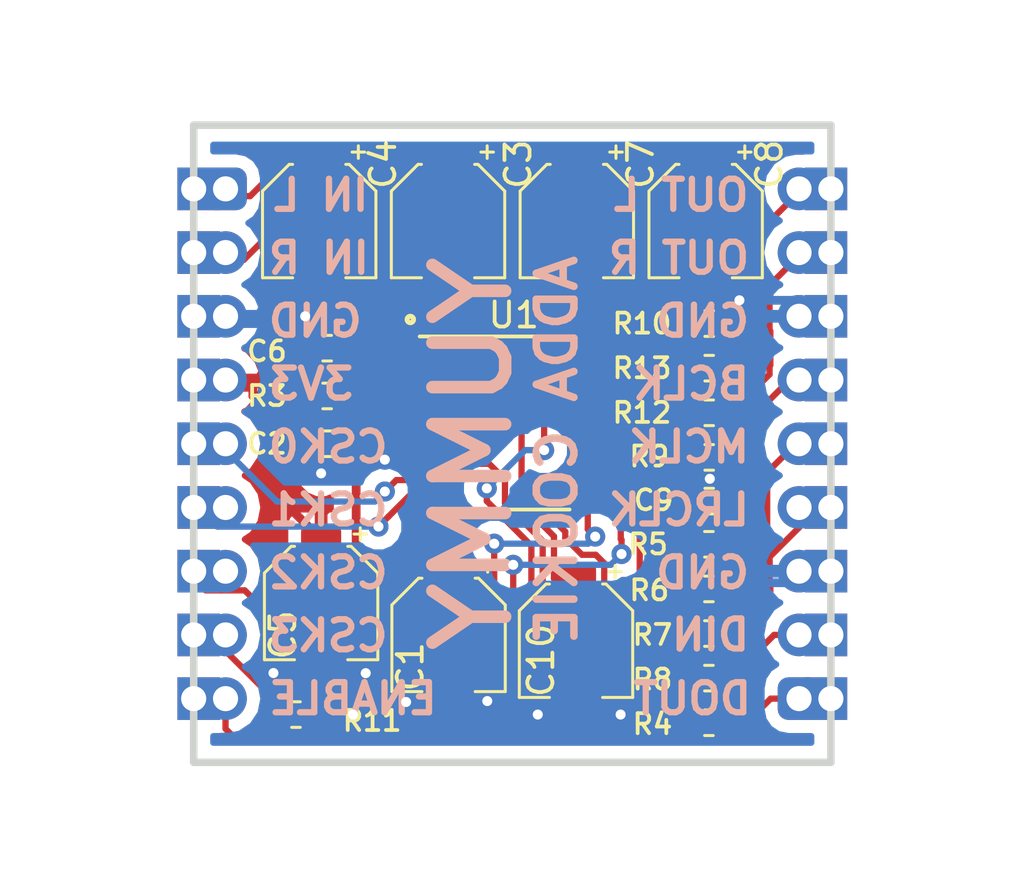
<source format=kicad_pcb>
(kicad_pcb (version 20171130) (host pcbnew "(5.0.2-5-10.14)")

  (general
    (thickness 1.6)
    (drawings 25)
    (tracks 287)
    (zones 0)
    (modules 24)
    (nets 30)
  )

  (page A4)
  (title_block
    (title "Yummy ADDA Cookie")
    (company "Gary Grutzek")
  )

  (layers
    (0 F.Cu signal)
    (31 B.Cu signal)
    (32 B.Adhes user)
    (33 F.Adhes user)
    (34 B.Paste user)
    (35 F.Paste user)
    (36 B.SilkS user)
    (37 F.SilkS user)
    (38 B.Mask user)
    (39 F.Mask user)
    (40 Dwgs.User user)
    (41 Cmts.User user)
    (42 Eco1.User user)
    (43 Eco2.User user)
    (44 Edge.Cuts user)
    (45 Margin user)
    (46 B.CrtYd user)
    (47 F.CrtYd user)
    (48 B.Fab user)
    (49 F.Fab user)
  )

  (setup
    (last_trace_width 0.25)
    (trace_clearance 0.2)
    (zone_clearance 0.508)
    (zone_45_only no)
    (trace_min 0.25)
    (segment_width 0.2)
    (edge_width 0.3)
    (via_size 0.8)
    (via_drill 0.4)
    (via_min_size 0.4)
    (via_min_drill 0.3)
    (uvia_size 0.3)
    (uvia_drill 0.1)
    (uvias_allowed no)
    (uvia_min_size 0)
    (uvia_min_drill 0.1)
    (pcb_text_width 0.3)
    (pcb_text_size 1.5 1.5)
    (mod_edge_width 0.15)
    (mod_text_size 1 1)
    (mod_text_width 0.15)
    (pad_size 1.7 1.7)
    (pad_drill 1)
    (pad_to_mask_clearance 0.05)
    (solder_mask_min_width 0.099)
    (aux_axis_origin 0 0)
    (visible_elements FEFDFFFF)
    (pcbplotparams
      (layerselection 0x010f0_ffffffff)
      (usegerberextensions true)
      (usegerberattributes false)
      (usegerberadvancedattributes false)
      (creategerberjobfile false)
      (excludeedgelayer true)
      (linewidth 0.050000)
      (plotframeref false)
      (viasonmask false)
      (mode 1)
      (useauxorigin false)
      (hpglpennumber 1)
      (hpglpenspeed 20)
      (hpglpendiameter 15.000000)
      (psnegative false)
      (psa4output false)
      (plotreference true)
      (plotvalue false)
      (plotinvisibletext false)
      (padsonsilk false)
      (subtractmaskfromsilk false)
      (outputformat 1)
      (mirror false)
      (drillshape 0)
      (scaleselection 1)
      (outputdirectory "gerbers/"))
  )

  (net 0 "")
  (net 1 /VD)
  (net 2 GNDA)
  (net 3 +3.3VA)
  (net 4 "Net-(C4-Pad2)")
  (net 5 /CKS3)
  (net 6 /CKS2)
  (net 7 /CKS1)
  (net 8 /CKS0)
  (net 9 /PDN)
  (net 10 /AUDIO_OUTL)
  (net 11 /AUDIO_OUTR)
  (net 12 /I2S_LRCLK)
  (net 13 /I2S_BCLK)
  (net 14 /I2S_MCLK)
  (net 15 /I2S_DIN)
  (net 16 /I2S_DOUT)
  (net 17 "Net-(R4-Pad1)")
  (net 18 "Net-(R7-Pad2)")
  (net 19 "Net-(R8-Pad2)")
  (net 20 /AUDIO_INR)
  (net 21 /AUDIO_INL)
  (net 22 "Net-(C7-Pad1)")
  (net 23 "Net-(C3-Pad2)")
  (net 24 "Net-(C7-Pad2)")
  (net 25 "Net-(C8-Pad1)")
  (net 26 "Net-(C8-Pad2)")
  (net 27 "Net-(C10-Pad1)")
  (net 28 "Net-(R5-Pad2)")
  (net 29 "Net-(R6-Pad2)")

  (net_class Default "This is the default net class."
    (clearance 0.2)
    (trace_width 0.25)
    (via_dia 0.8)
    (via_drill 0.4)
    (uvia_dia 0.3)
    (uvia_drill 0.1)
    (add_net /AUDIO_INL)
    (add_net /AUDIO_INR)
    (add_net /AUDIO_OUTL)
    (add_net /AUDIO_OUTR)
    (add_net /CKS0)
    (add_net /CKS1)
    (add_net /CKS2)
    (add_net /CKS3)
    (add_net /I2S_BCLK)
    (add_net /I2S_DIN)
    (add_net /I2S_DOUT)
    (add_net /I2S_LRCLK)
    (add_net /I2S_MCLK)
    (add_net /PDN)
    (add_net "Net-(C10-Pad1)")
    (add_net "Net-(C3-Pad2)")
    (add_net "Net-(C4-Pad2)")
    (add_net "Net-(C7-Pad1)")
    (add_net "Net-(C7-Pad2)")
    (add_net "Net-(C8-Pad1)")
    (add_net "Net-(C8-Pad2)")
    (add_net "Net-(R4-Pad1)")
    (add_net "Net-(R5-Pad2)")
    (add_net "Net-(R6-Pad2)")
    (add_net "Net-(R7-Pad2)")
    (add_net "Net-(R8-Pad2)")
  )

  (net_class power ""
    (clearance 0.2)
    (trace_width 0.35)
    (via_dia 0.8)
    (via_drill 0.4)
    (uvia_dia 0.3)
    (uvia_drill 0.1)
    (add_net +3.3VA)
    (add_net /VD)
    (add_net GNDA)
  )

  (module GuitarStuff:TSSOP-20_4.4x6.5mm_P0.65mm (layer F.Cu) (tedit 5A02F25C) (tstamp 5CAB5457)
    (at 38.159 37.273)
    (descr "20-Lead Plastic Thin Shrink Small Outline (ST)-4.4 mm Body [TSSOP] (see Microchip Packaging Specification 00000049BS.pdf)")
    (tags "SSOP 0.65")
    (path /5C683EDA)
    (attr smd)
    (fp_text reference U1 (at 0 -4.3) (layer F.SilkS)
      (effects (font (size 1 1) (thickness 0.15)))
    )
    (fp_text value AK4556 (at 0 4.3) (layer F.Fab)
      (effects (font (size 1 1) (thickness 0.15)))
    )
    (fp_line (start -1.2 -3.25) (end 2.2 -3.25) (layer F.Fab) (width 0.15))
    (fp_line (start 2.2 -3.25) (end 2.2 3.25) (layer F.Fab) (width 0.15))
    (fp_line (start 2.2 3.25) (end -2.2 3.25) (layer F.Fab) (width 0.15))
    (fp_line (start -2.2 3.25) (end -2.2 -2.25) (layer F.Fab) (width 0.15))
    (fp_line (start -2.2 -2.25) (end -1.2 -3.25) (layer F.Fab) (width 0.15))
    (fp_line (start -3.95 -3.55) (end -3.95 3.55) (layer F.CrtYd) (width 0.05))
    (fp_line (start 3.95 -3.55) (end 3.95 3.55) (layer F.CrtYd) (width 0.05))
    (fp_line (start -3.95 -3.55) (end 3.95 -3.55) (layer F.CrtYd) (width 0.05))
    (fp_line (start -3.95 3.55) (end 3.95 3.55) (layer F.CrtYd) (width 0.05))
    (fp_line (start -2.225 3.45) (end 2.225 3.45) (layer F.SilkS) (width 0.15))
    (fp_line (start -3.75 -3.45) (end 2.225 -3.45) (layer F.SilkS) (width 0.15))
    (fp_text user %R (at 0 0) (layer F.Fab)
      (effects (font (size 0.8 0.8) (thickness 0.15)))
    )
    (pad 1 smd rect (at -2.95 -2.925) (size 1.45 0.45) (layers F.Cu F.Paste F.Mask)
      (net 23 "Net-(C3-Pad2)"))
    (pad 2 smd rect (at -2.95 -2.275) (size 1.45 0.45) (layers F.Cu F.Paste F.Mask)
      (net 4 "Net-(C4-Pad2)"))
    (pad 3 smd rect (at -2.95 -1.625) (size 1.45 0.45) (layers F.Cu F.Paste F.Mask)
      (net 2 GNDA))
    (pad 4 smd rect (at -2.95 -0.975) (size 1.45 0.45) (layers F.Cu F.Paste F.Mask)
      (net 3 +3.3VA))
    (pad 5 smd rect (at -2.95 -0.325) (size 1.45 0.45) (layers F.Cu F.Paste F.Mask)
      (net 1 /VD))
    (pad 6 smd rect (at -2.95 0.325) (size 1.45 0.45) (layers F.Cu F.Paste F.Mask)
      (net 3 +3.3VA))
    (pad 7 smd rect (at -2.95 0.975) (size 1.45 0.45) (layers F.Cu F.Paste F.Mask)
      (net 2 GNDA))
    (pad 8 smd rect (at -2.95 1.625) (size 1.45 0.45) (layers F.Cu F.Paste F.Mask)
      (net 17 "Net-(R4-Pad1)"))
    (pad 9 smd rect (at -2.95 2.275) (size 1.45 0.45) (layers F.Cu F.Paste F.Mask)
      (net 8 /CKS0))
    (pad 10 smd rect (at -2.95 2.925) (size 1.45 0.45) (layers F.Cu F.Paste F.Mask)
      (net 7 /CKS1))
    (pad 11 smd rect (at 2.95 2.925) (size 1.45 0.45) (layers F.Cu F.Paste F.Mask)
      (net 6 /CKS2))
    (pad 12 smd rect (at 2.95 2.275) (size 1.45 0.45) (layers F.Cu F.Paste F.Mask)
      (net 5 /CKS3))
    (pad 13 smd rect (at 2.95 1.625) (size 1.45 0.45) (layers F.Cu F.Paste F.Mask)
      (net 19 "Net-(R8-Pad2)"))
    (pad 14 smd rect (at 2.95 0.975) (size 1.45 0.45) (layers F.Cu F.Paste F.Mask)
      (net 18 "Net-(R7-Pad2)"))
    (pad 15 smd rect (at 2.95 0.325) (size 1.45 0.45) (layers F.Cu F.Paste F.Mask)
      (net 29 "Net-(R6-Pad2)"))
    (pad 16 smd rect (at 2.95 -0.325) (size 1.45 0.45) (layers F.Cu F.Paste F.Mask)
      (net 28 "Net-(R5-Pad2)"))
    (pad 17 smd rect (at 2.95 -0.975) (size 1.45 0.45) (layers F.Cu F.Paste F.Mask)
      (net 9 /PDN))
    (pad 18 smd rect (at 2.95 -1.625) (size 1.45 0.45) (layers F.Cu F.Paste F.Mask)
      (net 27 "Net-(C10-Pad1)"))
    (pad 19 smd rect (at 2.95 -2.275) (size 1.45 0.45) (layers F.Cu F.Paste F.Mask)
      (net 25 "Net-(C8-Pad1)"))
    (pad 20 smd rect (at 2.95 -2.925) (size 1.45 0.45) (layers F.Cu F.Paste F.Mask)
      (net 22 "Net-(C7-Pad1)"))
    (model ${KISYS3DMOD}/Package_SO.3dshapes/TSSOP-20_4.4x6.5mm_P0.65mm.wrl
      (at (xyz 0 0 0))
      (scale (xyz 1 1 1))
      (rotate (xyz 0 0 0))
    )
  )

  (module Capacitor_SMD:CP_Elec_4x5.4 (layer F.Cu) (tedit 5BCA39CF) (tstamp 5CA4731A)
    (at 35.56 45.72 270)
    (descr "SMD capacitor, aluminum electrolytic, Panasonic A5 / Nichicon, 4.0x5.4mm")
    (tags "capacitor electrolytic")
    (path /5C686F77)
    (attr smd)
    (fp_text reference C1 (at 1.27 1.524 90) (layer F.SilkS)
      (effects (font (size 1 1) (thickness 0.15)))
    )
    (fp_text value 10u (at 0 3.2 270) (layer F.Fab)
      (effects (font (size 1 1) (thickness 0.15)))
    )
    (fp_circle (center 0 0) (end 2 0) (layer F.Fab) (width 0.1))
    (fp_line (start 2.15 -2.15) (end 2.15 2.15) (layer F.Fab) (width 0.1))
    (fp_line (start -1.15 -2.15) (end 2.15 -2.15) (layer F.Fab) (width 0.1))
    (fp_line (start -1.15 2.15) (end 2.15 2.15) (layer F.Fab) (width 0.1))
    (fp_line (start -2.15 -1.15) (end -2.15 1.15) (layer F.Fab) (width 0.1))
    (fp_line (start -2.15 -1.15) (end -1.15 -2.15) (layer F.Fab) (width 0.1))
    (fp_line (start -2.15 1.15) (end -1.15 2.15) (layer F.Fab) (width 0.1))
    (fp_line (start -1.574773 -1) (end -1.174773 -1) (layer F.Fab) (width 0.1))
    (fp_line (start -1.374773 -1.2) (end -1.374773 -0.8) (layer F.Fab) (width 0.1))
    (fp_line (start 2.26 2.26) (end 2.26 1.06) (layer F.SilkS) (width 0.12))
    (fp_line (start 2.26 -2.26) (end 2.26 -1.06) (layer F.SilkS) (width 0.12))
    (fp_line (start -1.195563 -2.26) (end 2.26 -2.26) (layer F.SilkS) (width 0.12))
    (fp_line (start -1.195563 2.26) (end 2.26 2.26) (layer F.SilkS) (width 0.12))
    (fp_line (start -2.26 1.195563) (end -2.26 1.06) (layer F.SilkS) (width 0.12))
    (fp_line (start -2.26 -1.195563) (end -2.26 -1.06) (layer F.SilkS) (width 0.12))
    (fp_line (start -2.26 -1.195563) (end -1.195563 -2.26) (layer F.SilkS) (width 0.12))
    (fp_line (start -2.26 1.195563) (end -1.195563 2.26) (layer F.SilkS) (width 0.12))
    (fp_line (start -3 -1.56) (end -2.5 -1.56) (layer F.SilkS) (width 0.12))
    (fp_line (start -2.75 -1.81) (end -2.75 -1.31) (layer F.SilkS) (width 0.12))
    (fp_line (start 2.4 -2.4) (end 2.4 -1.05) (layer F.CrtYd) (width 0.05))
    (fp_line (start 2.4 -1.05) (end 3.35 -1.05) (layer F.CrtYd) (width 0.05))
    (fp_line (start 3.35 -1.05) (end 3.35 1.05) (layer F.CrtYd) (width 0.05))
    (fp_line (start 3.35 1.05) (end 2.4 1.05) (layer F.CrtYd) (width 0.05))
    (fp_line (start 2.4 1.05) (end 2.4 2.4) (layer F.CrtYd) (width 0.05))
    (fp_line (start -1.25 2.4) (end 2.4 2.4) (layer F.CrtYd) (width 0.05))
    (fp_line (start -1.25 -2.4) (end 2.4 -2.4) (layer F.CrtYd) (width 0.05))
    (fp_line (start -2.4 1.25) (end -1.25 2.4) (layer F.CrtYd) (width 0.05))
    (fp_line (start -2.4 -1.25) (end -1.25 -2.4) (layer F.CrtYd) (width 0.05))
    (fp_line (start -2.4 -1.25) (end -2.4 -1.05) (layer F.CrtYd) (width 0.05))
    (fp_line (start -2.4 1.05) (end -2.4 1.25) (layer F.CrtYd) (width 0.05))
    (fp_line (start -2.4 -1.05) (end -3.35 -1.05) (layer F.CrtYd) (width 0.05))
    (fp_line (start -3.35 -1.05) (end -3.35 1.05) (layer F.CrtYd) (width 0.05))
    (fp_line (start -3.35 1.05) (end -2.4 1.05) (layer F.CrtYd) (width 0.05))
    (fp_text user %R (at 0 0 270) (layer F.Fab)
      (effects (font (size 0.8 0.8) (thickness 0.12)))
    )
    (pad 1 smd roundrect (at -1.8 0 270) (size 2.6 1.6) (layers F.Cu F.Paste F.Mask) (roundrect_rratio 0.15625)
      (net 1 /VD))
    (pad 2 smd roundrect (at 1.8 0 270) (size 2.6 1.6) (layers F.Cu F.Paste F.Mask) (roundrect_rratio 0.15625)
      (net 2 GNDA))
    (model ${KISYS3DMOD}/Capacitor_SMD.3dshapes/CP_Elec_4x5.4.wrl
      (at (xyz 0 0 0))
      (scale (xyz 1 1 1))
      (rotate (xyz 0 0 0))
    )
  )

  (module Resistor_SMD:R_0603_1608Metric_Pad1.05x0.95mm_HandSolder (layer F.Cu) (tedit 5D07E707) (tstamp 5CA4088B)
    (at 30.72 36.195 180)
    (descr "Resistor SMD 0603 (1608 Metric), square (rectangular) end terminal, IPC_7351 nominal with elongated pad for handsoldering. (Body size source: http://www.tortai-tech.com/upload/download/2011102023233369053.pdf), generated with kicad-footprint-generator")
    (tags "resistor handsolder")
    (path /5C686F98)
    (attr smd)
    (fp_text reference R3 (at 2.399 0 180) (layer F.SilkS)
      (effects (font (size 0.8 0.8) (thickness 0.15)))
    )
    (fp_text value 5R1 (at 0 1.43 180) (layer F.Fab)
      (effects (font (size 1 1) (thickness 0.15)))
    )
    (fp_line (start -0.8 0.4) (end -0.8 -0.4) (layer F.Fab) (width 0.1))
    (fp_line (start -0.8 -0.4) (end 0.8 -0.4) (layer F.Fab) (width 0.1))
    (fp_line (start 0.8 -0.4) (end 0.8 0.4) (layer F.Fab) (width 0.1))
    (fp_line (start 0.8 0.4) (end -0.8 0.4) (layer F.Fab) (width 0.1))
    (fp_line (start -0.171267 -0.51) (end 0.171267 -0.51) (layer F.SilkS) (width 0.12))
    (fp_line (start -0.171267 0.51) (end 0.171267 0.51) (layer F.SilkS) (width 0.12))
    (fp_line (start -1.65 0.73) (end -1.65 -0.73) (layer F.CrtYd) (width 0.05))
    (fp_line (start -1.65 -0.73) (end 1.65 -0.73) (layer F.CrtYd) (width 0.05))
    (fp_line (start 1.65 -0.73) (end 1.65 0.73) (layer F.CrtYd) (width 0.05))
    (fp_line (start 1.65 0.73) (end -1.65 0.73) (layer F.CrtYd) (width 0.05))
    (fp_text user %R (at 0 0 180) (layer F.Fab)
      (effects (font (size 0.4 0.4) (thickness 0.06)))
    )
    (pad 1 smd roundrect (at -0.875 0 180) (size 1.05 0.95) (layers F.Cu F.Paste F.Mask) (roundrect_rratio 0.25)
      (net 1 /VD))
    (pad 2 smd roundrect (at 0.875 0 180) (size 1.05 0.95) (layers F.Cu F.Paste F.Mask) (roundrect_rratio 0.25)
      (net 3 +3.3VA))
    (model ${KISYS3DMOD}/Resistor_SMD.3dshapes/R_0603_1608Metric.wrl
      (at (xyz 0 0 0))
      (scale (xyz 1 1 1))
      (rotate (xyz 0 0 0))
    )
  )

  (module Capacitor_SMD:C_0603_1608Metric_Pad1.05x0.95mm_HandSolder (layer F.Cu) (tedit 5D07E715) (tstamp 5CA40930)
    (at 30.72 38.1 180)
    (descr "Capacitor SMD 0603 (1608 Metric), square (rectangular) end terminal, IPC_7351 nominal with elongated pad for handsoldering. (Body size source: http://www.tortai-tech.com/upload/download/2011102023233369053.pdf), generated with kicad-footprint-generator")
    (tags "capacitor handsolder")
    (path /5C686F91)
    (attr smd)
    (fp_text reference C2 (at 2.399 0 180) (layer F.SilkS)
      (effects (font (size 0.8 0.8) (thickness 0.15)))
    )
    (fp_text value 100n (at 0 1.43 180) (layer F.Fab)
      (effects (font (size 1 1) (thickness 0.15)))
    )
    (fp_text user %R (at 0 0 180) (layer F.Fab)
      (effects (font (size 0.4 0.4) (thickness 0.06)))
    )
    (fp_line (start 1.65 0.73) (end -1.65 0.73) (layer F.CrtYd) (width 0.05))
    (fp_line (start 1.65 -0.73) (end 1.65 0.73) (layer F.CrtYd) (width 0.05))
    (fp_line (start -1.65 -0.73) (end 1.65 -0.73) (layer F.CrtYd) (width 0.05))
    (fp_line (start -1.65 0.73) (end -1.65 -0.73) (layer F.CrtYd) (width 0.05))
    (fp_line (start -0.171267 0.51) (end 0.171267 0.51) (layer F.SilkS) (width 0.12))
    (fp_line (start -0.171267 -0.51) (end 0.171267 -0.51) (layer F.SilkS) (width 0.12))
    (fp_line (start 0.8 0.4) (end -0.8 0.4) (layer F.Fab) (width 0.1))
    (fp_line (start 0.8 -0.4) (end 0.8 0.4) (layer F.Fab) (width 0.1))
    (fp_line (start -0.8 -0.4) (end 0.8 -0.4) (layer F.Fab) (width 0.1))
    (fp_line (start -0.8 0.4) (end -0.8 -0.4) (layer F.Fab) (width 0.1))
    (pad 2 smd roundrect (at 0.875 0 180) (size 1.05 0.95) (layers F.Cu F.Paste F.Mask) (roundrect_rratio 0.25)
      (net 2 GNDA))
    (pad 1 smd roundrect (at -0.875 0 180) (size 1.05 0.95) (layers F.Cu F.Paste F.Mask) (roundrect_rratio 0.25)
      (net 1 /VD))
    (model ${KISYS3DMOD}/Capacitor_SMD.3dshapes/C_0603_1608Metric.wrl
      (at (xyz 0 0 0))
      (scale (xyz 1 1 1))
      (rotate (xyz 0 0 0))
    )
  )

  (module Capacitor_SMD:CP_Elec_4x5.4 (layer F.Cu) (tedit 5BCA39CF) (tstamp 5D10BB28)
    (at 35.538666 29.224 270)
    (descr "SMD capacitor, aluminum electrolytic, Panasonic A5 / Nichicon, 4.0x5.4mm")
    (tags "capacitor electrolytic")
    (path /5CA2A4D9)
    (attr smd)
    (fp_text reference C3 (at -2.264 -2.794 270) (layer F.SilkS)
      (effects (font (size 1 1) (thickness 0.15)))
    )
    (fp_text value 10u (at 0 3.2 270) (layer F.Fab)
      (effects (font (size 1 1) (thickness 0.15)))
    )
    (fp_text user %R (at 0 0 270) (layer F.Fab)
      (effects (font (size 0.8 0.8) (thickness 0.12)))
    )
    (fp_line (start -3.35 1.05) (end -2.4 1.05) (layer F.CrtYd) (width 0.05))
    (fp_line (start -3.35 -1.05) (end -3.35 1.05) (layer F.CrtYd) (width 0.05))
    (fp_line (start -2.4 -1.05) (end -3.35 -1.05) (layer F.CrtYd) (width 0.05))
    (fp_line (start -2.4 1.05) (end -2.4 1.25) (layer F.CrtYd) (width 0.05))
    (fp_line (start -2.4 -1.25) (end -2.4 -1.05) (layer F.CrtYd) (width 0.05))
    (fp_line (start -2.4 -1.25) (end -1.25 -2.4) (layer F.CrtYd) (width 0.05))
    (fp_line (start -2.4 1.25) (end -1.25 2.4) (layer F.CrtYd) (width 0.05))
    (fp_line (start -1.25 -2.4) (end 2.4 -2.4) (layer F.CrtYd) (width 0.05))
    (fp_line (start -1.25 2.4) (end 2.4 2.4) (layer F.CrtYd) (width 0.05))
    (fp_line (start 2.4 1.05) (end 2.4 2.4) (layer F.CrtYd) (width 0.05))
    (fp_line (start 3.35 1.05) (end 2.4 1.05) (layer F.CrtYd) (width 0.05))
    (fp_line (start 3.35 -1.05) (end 3.35 1.05) (layer F.CrtYd) (width 0.05))
    (fp_line (start 2.4 -1.05) (end 3.35 -1.05) (layer F.CrtYd) (width 0.05))
    (fp_line (start 2.4 -2.4) (end 2.4 -1.05) (layer F.CrtYd) (width 0.05))
    (fp_line (start -2.75 -1.81) (end -2.75 -1.31) (layer F.SilkS) (width 0.12))
    (fp_line (start -3 -1.56) (end -2.5 -1.56) (layer F.SilkS) (width 0.12))
    (fp_line (start -2.26 1.195563) (end -1.195563 2.26) (layer F.SilkS) (width 0.12))
    (fp_line (start -2.26 -1.195563) (end -1.195563 -2.26) (layer F.SilkS) (width 0.12))
    (fp_line (start -2.26 -1.195563) (end -2.26 -1.06) (layer F.SilkS) (width 0.12))
    (fp_line (start -2.26 1.195563) (end -2.26 1.06) (layer F.SilkS) (width 0.12))
    (fp_line (start -1.195563 2.26) (end 2.26 2.26) (layer F.SilkS) (width 0.12))
    (fp_line (start -1.195563 -2.26) (end 2.26 -2.26) (layer F.SilkS) (width 0.12))
    (fp_line (start 2.26 -2.26) (end 2.26 -1.06) (layer F.SilkS) (width 0.12))
    (fp_line (start 2.26 2.26) (end 2.26 1.06) (layer F.SilkS) (width 0.12))
    (fp_line (start -1.374773 -1.2) (end -1.374773 -0.8) (layer F.Fab) (width 0.1))
    (fp_line (start -1.574773 -1) (end -1.174773 -1) (layer F.Fab) (width 0.1))
    (fp_line (start -2.15 1.15) (end -1.15 2.15) (layer F.Fab) (width 0.1))
    (fp_line (start -2.15 -1.15) (end -1.15 -2.15) (layer F.Fab) (width 0.1))
    (fp_line (start -2.15 -1.15) (end -2.15 1.15) (layer F.Fab) (width 0.1))
    (fp_line (start -1.15 2.15) (end 2.15 2.15) (layer F.Fab) (width 0.1))
    (fp_line (start -1.15 -2.15) (end 2.15 -2.15) (layer F.Fab) (width 0.1))
    (fp_line (start 2.15 -2.15) (end 2.15 2.15) (layer F.Fab) (width 0.1))
    (fp_circle (center 0 0) (end 2 0) (layer F.Fab) (width 0.1))
    (pad 2 smd roundrect (at 1.8 0 270) (size 2.6 1.6) (layers F.Cu F.Paste F.Mask) (roundrect_rratio 0.15625)
      (net 23 "Net-(C3-Pad2)"))
    (pad 1 smd roundrect (at -1.8 0 270) (size 2.6 1.6) (layers F.Cu F.Paste F.Mask) (roundrect_rratio 0.15625)
      (net 20 /AUDIO_INR))
    (model ${KISYS3DMOD}/Capacitor_SMD.3dshapes/CP_Elec_4x5.4.wrl
      (at (xyz 0 0 0))
      (scale (xyz 1 1 1))
      (rotate (xyz 0 0 0))
    )
  )

  (module Capacitor_SMD:CP_Elec_4x5.4 (layer F.Cu) (tedit 5BCA39CF) (tstamp 5D10BAB3)
    (at 30.404 29.224 270)
    (descr "SMD capacitor, aluminum electrolytic, Panasonic A5 / Nichicon, 4.0x5.4mm")
    (tags "capacitor electrolytic")
    (path /5C8FE6C0)
    (attr smd)
    (fp_text reference C4 (at -2.264 -2.54 270) (layer F.SilkS)
      (effects (font (size 1 1) (thickness 0.15)))
    )
    (fp_text value 10u (at 0 3.2 270) (layer F.Fab)
      (effects (font (size 1 1) (thickness 0.15)))
    )
    (fp_text user %R (at 0 0 270) (layer F.Fab)
      (effects (font (size 0.8 0.8) (thickness 0.12)))
    )
    (fp_line (start -3.35 1.05) (end -2.4 1.05) (layer F.CrtYd) (width 0.05))
    (fp_line (start -3.35 -1.05) (end -3.35 1.05) (layer F.CrtYd) (width 0.05))
    (fp_line (start -2.4 -1.05) (end -3.35 -1.05) (layer F.CrtYd) (width 0.05))
    (fp_line (start -2.4 1.05) (end -2.4 1.25) (layer F.CrtYd) (width 0.05))
    (fp_line (start -2.4 -1.25) (end -2.4 -1.05) (layer F.CrtYd) (width 0.05))
    (fp_line (start -2.4 -1.25) (end -1.25 -2.4) (layer F.CrtYd) (width 0.05))
    (fp_line (start -2.4 1.25) (end -1.25 2.4) (layer F.CrtYd) (width 0.05))
    (fp_line (start -1.25 -2.4) (end 2.4 -2.4) (layer F.CrtYd) (width 0.05))
    (fp_line (start -1.25 2.4) (end 2.4 2.4) (layer F.CrtYd) (width 0.05))
    (fp_line (start 2.4 1.05) (end 2.4 2.4) (layer F.CrtYd) (width 0.05))
    (fp_line (start 3.35 1.05) (end 2.4 1.05) (layer F.CrtYd) (width 0.05))
    (fp_line (start 3.35 -1.05) (end 3.35 1.05) (layer F.CrtYd) (width 0.05))
    (fp_line (start 2.4 -1.05) (end 3.35 -1.05) (layer F.CrtYd) (width 0.05))
    (fp_line (start 2.4 -2.4) (end 2.4 -1.05) (layer F.CrtYd) (width 0.05))
    (fp_line (start -2.75 -1.81) (end -2.75 -1.31) (layer F.SilkS) (width 0.12))
    (fp_line (start -3 -1.56) (end -2.5 -1.56) (layer F.SilkS) (width 0.12))
    (fp_line (start -2.26 1.195563) (end -1.195563 2.26) (layer F.SilkS) (width 0.12))
    (fp_line (start -2.26 -1.195563) (end -1.195563 -2.26) (layer F.SilkS) (width 0.12))
    (fp_line (start -2.26 -1.195563) (end -2.26 -1.06) (layer F.SilkS) (width 0.12))
    (fp_line (start -2.26 1.195563) (end -2.26 1.06) (layer F.SilkS) (width 0.12))
    (fp_line (start -1.195563 2.26) (end 2.26 2.26) (layer F.SilkS) (width 0.12))
    (fp_line (start -1.195563 -2.26) (end 2.26 -2.26) (layer F.SilkS) (width 0.12))
    (fp_line (start 2.26 -2.26) (end 2.26 -1.06) (layer F.SilkS) (width 0.12))
    (fp_line (start 2.26 2.26) (end 2.26 1.06) (layer F.SilkS) (width 0.12))
    (fp_line (start -1.374773 -1.2) (end -1.374773 -0.8) (layer F.Fab) (width 0.1))
    (fp_line (start -1.574773 -1) (end -1.174773 -1) (layer F.Fab) (width 0.1))
    (fp_line (start -2.15 1.15) (end -1.15 2.15) (layer F.Fab) (width 0.1))
    (fp_line (start -2.15 -1.15) (end -1.15 -2.15) (layer F.Fab) (width 0.1))
    (fp_line (start -2.15 -1.15) (end -2.15 1.15) (layer F.Fab) (width 0.1))
    (fp_line (start -1.15 2.15) (end 2.15 2.15) (layer F.Fab) (width 0.1))
    (fp_line (start -1.15 -2.15) (end 2.15 -2.15) (layer F.Fab) (width 0.1))
    (fp_line (start 2.15 -2.15) (end 2.15 2.15) (layer F.Fab) (width 0.1))
    (fp_circle (center 0 0) (end 2 0) (layer F.Fab) (width 0.1))
    (pad 2 smd roundrect (at 1.8 0 270) (size 2.6 1.6) (layers F.Cu F.Paste F.Mask) (roundrect_rratio 0.15625)
      (net 4 "Net-(C4-Pad2)"))
    (pad 1 smd roundrect (at -1.8 0 270) (size 2.6 1.6) (layers F.Cu F.Paste F.Mask) (roundrect_rratio 0.15625)
      (net 21 /AUDIO_INL))
    (model ${KISYS3DMOD}/Capacitor_SMD.3dshapes/CP_Elec_4x5.4.wrl
      (at (xyz 0 0 0))
      (scale (xyz 1 1 1))
      (rotate (xyz 0 0 0))
    )
  )

  (module Resistor_SMD:R_0603_1608Metric_Pad1.05x0.95mm_HandSolder (layer F.Cu) (tedit 5CA3D75E) (tstamp 5CB1DADD)
    (at 45.938 49.221)
    (descr "Resistor SMD 0603 (1608 Metric), square (rectangular) end terminal, IPC_7351 nominal with elongated pad for handsoldering. (Body size source: http://www.tortai-tech.com/upload/download/2011102023233369053.pdf), generated with kicad-footprint-generator")
    (tags "resistor handsolder")
    (path /5C683EFE)
    (attr smd)
    (fp_text reference R4 (at -2.25 0.055) (layer F.SilkS)
      (effects (font (size 0.8 0.8) (thickness 0.15)))
    )
    (fp_text value 51R (at 0 1.43) (layer F.Fab)
      (effects (font (size 1 1) (thickness 0.15)))
    )
    (fp_text user %R (at 0 0) (layer F.Fab)
      (effects (font (size 0.4 0.4) (thickness 0.06)))
    )
    (fp_line (start 1.65 0.73) (end -1.65 0.73) (layer F.CrtYd) (width 0.05))
    (fp_line (start 1.65 -0.73) (end 1.65 0.73) (layer F.CrtYd) (width 0.05))
    (fp_line (start -1.65 -0.73) (end 1.65 -0.73) (layer F.CrtYd) (width 0.05))
    (fp_line (start -1.65 0.73) (end -1.65 -0.73) (layer F.CrtYd) (width 0.05))
    (fp_line (start -0.171267 0.51) (end 0.171267 0.51) (layer F.SilkS) (width 0.12))
    (fp_line (start -0.171267 -0.51) (end 0.171267 -0.51) (layer F.SilkS) (width 0.12))
    (fp_line (start 0.8 0.4) (end -0.8 0.4) (layer F.Fab) (width 0.1))
    (fp_line (start 0.8 -0.4) (end 0.8 0.4) (layer F.Fab) (width 0.1))
    (fp_line (start -0.8 -0.4) (end 0.8 -0.4) (layer F.Fab) (width 0.1))
    (fp_line (start -0.8 0.4) (end -0.8 -0.4) (layer F.Fab) (width 0.1))
    (pad 2 smd roundrect (at 0.875 0) (size 1.05 0.95) (layers F.Cu F.Paste F.Mask) (roundrect_rratio 0.25)
      (net 16 /I2S_DOUT))
    (pad 1 smd roundrect (at -0.875 0) (size 1.05 0.95) (layers F.Cu F.Paste F.Mask) (roundrect_rratio 0.25)
      (net 17 "Net-(R4-Pad1)"))
    (model ${KISYS3DMOD}/Resistor_SMD.3dshapes/R_0603_1608Metric.wrl
      (at (xyz 0 0 0))
      (scale (xyz 1 1 1))
      (rotate (xyz 0 0 0))
    )
  )

  (module Resistor_SMD:R_0603_1608Metric_Pad1.05x0.95mm_HandSolder (layer F.Cu) (tedit 5CA3D766) (tstamp 5CB1D9ED)
    (at 45.938 42.109 180)
    (descr "Resistor SMD 0603 (1608 Metric), square (rectangular) end terminal, IPC_7351 nominal with elongated pad for handsoldering. (Body size source: http://www.tortai-tech.com/upload/download/2011102023233369053.pdf), generated with kicad-footprint-generator")
    (tags "resistor handsolder")
    (path /5C683F05)
    (attr smd)
    (fp_text reference R5 (at 2.427 0 180) (layer F.SilkS)
      (effects (font (size 0.8 0.8) (thickness 0.15)))
    )
    (fp_text value 51R (at 0 1.43 180) (layer F.Fab)
      (effects (font (size 1 1) (thickness 0.15)))
    )
    (fp_text user %R (at 0 0 180) (layer F.Fab)
      (effects (font (size 0.4 0.4) (thickness 0.06)))
    )
    (fp_line (start 1.65 0.73) (end -1.65 0.73) (layer F.CrtYd) (width 0.05))
    (fp_line (start 1.65 -0.73) (end 1.65 0.73) (layer F.CrtYd) (width 0.05))
    (fp_line (start -1.65 -0.73) (end 1.65 -0.73) (layer F.CrtYd) (width 0.05))
    (fp_line (start -1.65 0.73) (end -1.65 -0.73) (layer F.CrtYd) (width 0.05))
    (fp_line (start -0.171267 0.51) (end 0.171267 0.51) (layer F.SilkS) (width 0.12))
    (fp_line (start -0.171267 -0.51) (end 0.171267 -0.51) (layer F.SilkS) (width 0.12))
    (fp_line (start 0.8 0.4) (end -0.8 0.4) (layer F.Fab) (width 0.1))
    (fp_line (start 0.8 -0.4) (end 0.8 0.4) (layer F.Fab) (width 0.1))
    (fp_line (start -0.8 -0.4) (end 0.8 -0.4) (layer F.Fab) (width 0.1))
    (fp_line (start -0.8 0.4) (end -0.8 -0.4) (layer F.Fab) (width 0.1))
    (pad 2 smd roundrect (at 0.875 0 180) (size 1.05 0.95) (layers F.Cu F.Paste F.Mask) (roundrect_rratio 0.25)
      (net 28 "Net-(R5-Pad2)"))
    (pad 1 smd roundrect (at -0.875 0 180) (size 1.05 0.95) (layers F.Cu F.Paste F.Mask) (roundrect_rratio 0.25)
      (net 13 /I2S_BCLK))
    (model ${KISYS3DMOD}/Resistor_SMD.3dshapes/R_0603_1608Metric.wrl
      (at (xyz 0 0 0))
      (scale (xyz 1 1 1))
      (rotate (xyz 0 0 0))
    )
  )

  (module Resistor_SMD:R_0603_1608Metric_Pad1.05x0.95mm_HandSolder (layer F.Cu) (tedit 5CA3D74C) (tstamp 5CB1DA4D)
    (at 45.938 43.887 180)
    (descr "Resistor SMD 0603 (1608 Metric), square (rectangular) end terminal, IPC_7351 nominal with elongated pad for handsoldering. (Body size source: http://www.tortai-tech.com/upload/download/2011102023233369053.pdf), generated with kicad-footprint-generator")
    (tags "resistor handsolder")
    (path /5C683F0C)
    (attr smd)
    (fp_text reference R6 (at 2.377 -0.055 180) (layer F.SilkS)
      (effects (font (size 0.8 0.8) (thickness 0.15)))
    )
    (fp_text value 51R (at 0 1.43 180) (layer F.Fab)
      (effects (font (size 1 1) (thickness 0.15)))
    )
    (fp_line (start -0.8 0.4) (end -0.8 -0.4) (layer F.Fab) (width 0.1))
    (fp_line (start -0.8 -0.4) (end 0.8 -0.4) (layer F.Fab) (width 0.1))
    (fp_line (start 0.8 -0.4) (end 0.8 0.4) (layer F.Fab) (width 0.1))
    (fp_line (start 0.8 0.4) (end -0.8 0.4) (layer F.Fab) (width 0.1))
    (fp_line (start -0.171267 -0.51) (end 0.171267 -0.51) (layer F.SilkS) (width 0.12))
    (fp_line (start -0.171267 0.51) (end 0.171267 0.51) (layer F.SilkS) (width 0.12))
    (fp_line (start -1.65 0.73) (end -1.65 -0.73) (layer F.CrtYd) (width 0.05))
    (fp_line (start -1.65 -0.73) (end 1.65 -0.73) (layer F.CrtYd) (width 0.05))
    (fp_line (start 1.65 -0.73) (end 1.65 0.73) (layer F.CrtYd) (width 0.05))
    (fp_line (start 1.65 0.73) (end -1.65 0.73) (layer F.CrtYd) (width 0.05))
    (fp_text user %R (at 0 0 180) (layer F.Fab)
      (effects (font (size 0.4 0.4) (thickness 0.06)))
    )
    (pad 1 smd roundrect (at -0.875 0 180) (size 1.05 0.95) (layers F.Cu F.Paste F.Mask) (roundrect_rratio 0.25)
      (net 14 /I2S_MCLK))
    (pad 2 smd roundrect (at 0.875 0 180) (size 1.05 0.95) (layers F.Cu F.Paste F.Mask) (roundrect_rratio 0.25)
      (net 29 "Net-(R6-Pad2)"))
    (model ${KISYS3DMOD}/Resistor_SMD.3dshapes/R_0603_1608Metric.wrl
      (at (xyz 0 0 0))
      (scale (xyz 1 1 1))
      (rotate (xyz 0 0 0))
    )
  )

  (module Resistor_SMD:R_0603_1608Metric_Pad1.05x0.95mm_HandSolder (layer F.Cu) (tedit 5CA3D754) (tstamp 5CB1DA7D)
    (at 45.938 45.665 180)
    (descr "Resistor SMD 0603 (1608 Metric), square (rectangular) end terminal, IPC_7351 nominal with elongated pad for handsoldering. (Body size source: http://www.tortai-tech.com/upload/download/2011102023233369053.pdf), generated with kicad-footprint-generator")
    (tags "resistor handsolder")
    (path /5C683F13)
    (attr smd)
    (fp_text reference R7 (at 2.25 -0.055 180) (layer F.SilkS)
      (effects (font (size 0.8 0.8) (thickness 0.15)))
    )
    (fp_text value 51R (at 0 1.43 180) (layer F.Fab)
      (effects (font (size 1 1) (thickness 0.15)))
    )
    (fp_text user %R (at 0 0 180) (layer F.Fab)
      (effects (font (size 0.4 0.4) (thickness 0.06)))
    )
    (fp_line (start 1.65 0.73) (end -1.65 0.73) (layer F.CrtYd) (width 0.05))
    (fp_line (start 1.65 -0.73) (end 1.65 0.73) (layer F.CrtYd) (width 0.05))
    (fp_line (start -1.65 -0.73) (end 1.65 -0.73) (layer F.CrtYd) (width 0.05))
    (fp_line (start -1.65 0.73) (end -1.65 -0.73) (layer F.CrtYd) (width 0.05))
    (fp_line (start -0.171267 0.51) (end 0.171267 0.51) (layer F.SilkS) (width 0.12))
    (fp_line (start -0.171267 -0.51) (end 0.171267 -0.51) (layer F.SilkS) (width 0.12))
    (fp_line (start 0.8 0.4) (end -0.8 0.4) (layer F.Fab) (width 0.1))
    (fp_line (start 0.8 -0.4) (end 0.8 0.4) (layer F.Fab) (width 0.1))
    (fp_line (start -0.8 -0.4) (end 0.8 -0.4) (layer F.Fab) (width 0.1))
    (fp_line (start -0.8 0.4) (end -0.8 -0.4) (layer F.Fab) (width 0.1))
    (pad 2 smd roundrect (at 0.875 0 180) (size 1.05 0.95) (layers F.Cu F.Paste F.Mask) (roundrect_rratio 0.25)
      (net 18 "Net-(R7-Pad2)"))
    (pad 1 smd roundrect (at -0.875 0 180) (size 1.05 0.95) (layers F.Cu F.Paste F.Mask) (roundrect_rratio 0.25)
      (net 12 /I2S_LRCLK))
    (model ${KISYS3DMOD}/Resistor_SMD.3dshapes/R_0603_1608Metric.wrl
      (at (xyz 0 0 0))
      (scale (xyz 1 1 1))
      (rotate (xyz 0 0 0))
    )
  )

  (module Resistor_SMD:R_0603_1608Metric_Pad1.05x0.95mm_HandSolder (layer F.Cu) (tedit 5CA3D759) (tstamp 5CB1DAAD)
    (at 45.938 47.443 180)
    (descr "Resistor SMD 0603 (1608 Metric), square (rectangular) end terminal, IPC_7351 nominal with elongated pad for handsoldering. (Body size source: http://www.tortai-tech.com/upload/download/2011102023233369053.pdf), generated with kicad-footprint-generator")
    (tags "resistor handsolder")
    (path /5C683F1A)
    (attr smd)
    (fp_text reference R8 (at 2.25 -0.055 180) (layer F.SilkS)
      (effects (font (size 0.8 0.8) (thickness 0.15)))
    )
    (fp_text value 51R (at 0 1.43 180) (layer F.Fab)
      (effects (font (size 1 1) (thickness 0.15)))
    )
    (fp_line (start -0.8 0.4) (end -0.8 -0.4) (layer F.Fab) (width 0.1))
    (fp_line (start -0.8 -0.4) (end 0.8 -0.4) (layer F.Fab) (width 0.1))
    (fp_line (start 0.8 -0.4) (end 0.8 0.4) (layer F.Fab) (width 0.1))
    (fp_line (start 0.8 0.4) (end -0.8 0.4) (layer F.Fab) (width 0.1))
    (fp_line (start -0.171267 -0.51) (end 0.171267 -0.51) (layer F.SilkS) (width 0.12))
    (fp_line (start -0.171267 0.51) (end 0.171267 0.51) (layer F.SilkS) (width 0.12))
    (fp_line (start -1.65 0.73) (end -1.65 -0.73) (layer F.CrtYd) (width 0.05))
    (fp_line (start -1.65 -0.73) (end 1.65 -0.73) (layer F.CrtYd) (width 0.05))
    (fp_line (start 1.65 -0.73) (end 1.65 0.73) (layer F.CrtYd) (width 0.05))
    (fp_line (start 1.65 0.73) (end -1.65 0.73) (layer F.CrtYd) (width 0.05))
    (fp_text user %R (at 0 0 180) (layer F.Fab)
      (effects (font (size 0.4 0.4) (thickness 0.06)))
    )
    (pad 1 smd roundrect (at -0.875 0 180) (size 1.05 0.95) (layers F.Cu F.Paste F.Mask) (roundrect_rratio 0.25)
      (net 15 /I2S_DIN))
    (pad 2 smd roundrect (at 0.875 0 180) (size 1.05 0.95) (layers F.Cu F.Paste F.Mask) (roundrect_rratio 0.25)
      (net 19 "Net-(R8-Pad2)"))
    (model ${KISYS3DMOD}/Resistor_SMD.3dshapes/R_0603_1608Metric.wrl
      (at (xyz 0 0 0))
      (scale (xyz 1 1 1))
      (rotate (xyz 0 0 0))
    )
  )

  (module Resistor_SMD:R_0603_1608Metric_Pad1.05x0.95mm_HandSolder (layer F.Cu) (tedit 5CA3D777) (tstamp 5CB1DB0D)
    (at 45.949 38.644 180)
    (descr "Resistor SMD 0603 (1608 Metric), square (rectangular) end terminal, IPC_7351 nominal with elongated pad for handsoldering. (Body size source: http://www.tortai-tech.com/upload/download/2011102023233369053.pdf), generated with kicad-footprint-generator")
    (tags "resistor handsolder")
    (path /5C7AD9E3)
    (attr smd)
    (fp_text reference R9 (at 2.388 0.036 180) (layer F.SilkS)
      (effects (font (size 0.8 0.8) (thickness 0.15)))
    )
    (fp_text value 10k (at 0 1.43 180) (layer F.Fab)
      (effects (font (size 1 1) (thickness 0.15)))
    )
    (fp_text user %R (at 0 0 180) (layer F.Fab)
      (effects (font (size 0.4 0.4) (thickness 0.06)))
    )
    (fp_line (start 1.65 0.73) (end -1.65 0.73) (layer F.CrtYd) (width 0.05))
    (fp_line (start 1.65 -0.73) (end 1.65 0.73) (layer F.CrtYd) (width 0.05))
    (fp_line (start -1.65 -0.73) (end 1.65 -0.73) (layer F.CrtYd) (width 0.05))
    (fp_line (start -1.65 0.73) (end -1.65 -0.73) (layer F.CrtYd) (width 0.05))
    (fp_line (start -0.171267 0.51) (end 0.171267 0.51) (layer F.SilkS) (width 0.12))
    (fp_line (start -0.171267 -0.51) (end 0.171267 -0.51) (layer F.SilkS) (width 0.12))
    (fp_line (start 0.8 0.4) (end -0.8 0.4) (layer F.Fab) (width 0.1))
    (fp_line (start 0.8 -0.4) (end 0.8 0.4) (layer F.Fab) (width 0.1))
    (fp_line (start -0.8 -0.4) (end 0.8 -0.4) (layer F.Fab) (width 0.1))
    (fp_line (start -0.8 0.4) (end -0.8 -0.4) (layer F.Fab) (width 0.1))
    (pad 2 smd roundrect (at 0.875 0 180) (size 1.05 0.95) (layers F.Cu F.Paste F.Mask) (roundrect_rratio 0.25)
      (net 24 "Net-(C7-Pad2)"))
    (pad 1 smd roundrect (at -0.875 0 180) (size 1.05 0.95) (layers F.Cu F.Paste F.Mask) (roundrect_rratio 0.25)
      (net 2 GNDA))
    (model ${KISYS3DMOD}/Resistor_SMD.3dshapes/R_0603_1608Metric.wrl
      (at (xyz 0 0 0))
      (scale (xyz 1 1 1))
      (rotate (xyz 0 0 0))
    )
  )

  (module Resistor_SMD:R_0603_1608Metric_Pad1.05x0.95mm_HandSolder (layer F.Cu) (tedit 5CA3D672) (tstamp 5CB1E013)
    (at 45.949 33.31 180)
    (descr "Resistor SMD 0603 (1608 Metric), square (rectangular) end terminal, IPC_7351 nominal with elongated pad for handsoldering. (Body size source: http://www.tortai-tech.com/upload/download/2011102023233369053.pdf), generated with kicad-footprint-generator")
    (tags "resistor handsolder")
    (path /5CB26B28)
    (attr smd)
    (fp_text reference R10 (at 2.681 0 180) (layer F.SilkS)
      (effects (font (size 0.8 0.8) (thickness 0.15)))
    )
    (fp_text value 10k (at 0 1.43 180) (layer F.Fab)
      (effects (font (size 1 1) (thickness 0.15)))
    )
    (fp_line (start -0.8 0.4) (end -0.8 -0.4) (layer F.Fab) (width 0.1))
    (fp_line (start -0.8 -0.4) (end 0.8 -0.4) (layer F.Fab) (width 0.1))
    (fp_line (start 0.8 -0.4) (end 0.8 0.4) (layer F.Fab) (width 0.1))
    (fp_line (start 0.8 0.4) (end -0.8 0.4) (layer F.Fab) (width 0.1))
    (fp_line (start -0.171267 -0.51) (end 0.171267 -0.51) (layer F.SilkS) (width 0.12))
    (fp_line (start -0.171267 0.51) (end 0.171267 0.51) (layer F.SilkS) (width 0.12))
    (fp_line (start -1.65 0.73) (end -1.65 -0.73) (layer F.CrtYd) (width 0.05))
    (fp_line (start -1.65 -0.73) (end 1.65 -0.73) (layer F.CrtYd) (width 0.05))
    (fp_line (start 1.65 -0.73) (end 1.65 0.73) (layer F.CrtYd) (width 0.05))
    (fp_line (start 1.65 0.73) (end -1.65 0.73) (layer F.CrtYd) (width 0.05))
    (fp_text user %R (at 0 0 180) (layer F.Fab)
      (effects (font (size 0.4 0.4) (thickness 0.06)))
    )
    (pad 1 smd roundrect (at -0.875 0 180) (size 1.05 0.95) (layers F.Cu F.Paste F.Mask) (roundrect_rratio 0.25)
      (net 2 GNDA))
    (pad 2 smd roundrect (at 0.875 0 180) (size 1.05 0.95) (layers F.Cu F.Paste F.Mask) (roundrect_rratio 0.25)
      (net 26 "Net-(C8-Pad2)"))
    (model ${KISYS3DMOD}/Resistor_SMD.3dshapes/R_0603_1608Metric.wrl
      (at (xyz 0 0 0))
      (scale (xyz 1 1 1))
      (rotate (xyz 0 0 0))
    )
  )

  (module Resistor_SMD:R_0603_1608Metric_Pad1.05x0.95mm_HandSolder (layer F.Cu) (tedit 5D07E71A) (tstamp 5CB1CF09)
    (at 29.478 48.895 180)
    (descr "Resistor SMD 0603 (1608 Metric), square (rectangular) end terminal, IPC_7351 nominal with elongated pad for handsoldering. (Body size source: http://www.tortai-tech.com/upload/download/2011102023233369053.pdf), generated with kicad-footprint-generator")
    (tags "resistor handsolder")
    (path /5C683F27)
    (attr smd)
    (fp_text reference R11 (at -3.034 -0.254) (layer F.SilkS)
      (effects (font (size 0.8 0.8) (thickness 0.15)))
    )
    (fp_text value 10k (at 0 1.43 180) (layer F.Fab)
      (effects (font (size 1 1) (thickness 0.15)))
    )
    (fp_text user %R (at 1.129 -0.254 180) (layer F.Fab)
      (effects (font (size 0.4 0.4) (thickness 0.06)))
    )
    (fp_line (start 1.65 0.73) (end -1.65 0.73) (layer F.CrtYd) (width 0.05))
    (fp_line (start 1.65 -0.73) (end 1.65 0.73) (layer F.CrtYd) (width 0.05))
    (fp_line (start -1.65 -0.73) (end 1.65 -0.73) (layer F.CrtYd) (width 0.05))
    (fp_line (start -1.65 0.73) (end -1.65 -0.73) (layer F.CrtYd) (width 0.05))
    (fp_line (start -0.171267 0.51) (end 0.171267 0.51) (layer F.SilkS) (width 0.12))
    (fp_line (start -0.171267 -0.51) (end 0.171267 -0.51) (layer F.SilkS) (width 0.12))
    (fp_line (start 0.8 0.4) (end -0.8 0.4) (layer F.Fab) (width 0.1))
    (fp_line (start 0.8 -0.4) (end 0.8 0.4) (layer F.Fab) (width 0.1))
    (fp_line (start -0.8 -0.4) (end 0.8 -0.4) (layer F.Fab) (width 0.1))
    (fp_line (start -0.8 0.4) (end -0.8 -0.4) (layer F.Fab) (width 0.1))
    (pad 2 smd roundrect (at 0.875 0 180) (size 1.05 0.95) (layers F.Cu F.Paste F.Mask) (roundrect_rratio 0.25)
      (net 9 /PDN))
    (pad 1 smd roundrect (at -0.875 0 180) (size 1.05 0.95) (layers F.Cu F.Paste F.Mask) (roundrect_rratio 0.25)
      (net 2 GNDA))
    (model ${KISYS3DMOD}/Resistor_SMD.3dshapes/R_0603_1608Metric.wrl
      (at (xyz 0 0 0))
      (scale (xyz 1 1 1))
      (rotate (xyz 0 0 0))
    )
  )

  (module Capacitor_SMD:CP_Elec_4x5.4 (layer F.Cu) (tedit 5BCA39CF) (tstamp 5CB17FEE)
    (at 30.48 44.45 270)
    (descr "SMD capacitor, aluminum electrolytic, Panasonic A5 / Nichicon, 4.0x5.4mm")
    (tags "capacitor electrolytic")
    (path /5C686F70)
    (attr smd)
    (fp_text reference C5 (at 1.27 1.524 90) (layer F.SilkS)
      (effects (font (size 1 1) (thickness 0.15)))
    )
    (fp_text value 10u (at 0 3.2 270) (layer F.Fab)
      (effects (font (size 1 1) (thickness 0.15)))
    )
    (fp_text user %R (at 0.022 0 270) (layer F.Fab)
      (effects (font (size 0.8 0.8) (thickness 0.12)))
    )
    (fp_line (start -3.35 1.05) (end -2.4 1.05) (layer F.CrtYd) (width 0.05))
    (fp_line (start -3.35 -1.05) (end -3.35 1.05) (layer F.CrtYd) (width 0.05))
    (fp_line (start -2.4 -1.05) (end -3.35 -1.05) (layer F.CrtYd) (width 0.05))
    (fp_line (start -2.4 1.05) (end -2.4 1.25) (layer F.CrtYd) (width 0.05))
    (fp_line (start -2.4 -1.25) (end -2.4 -1.05) (layer F.CrtYd) (width 0.05))
    (fp_line (start -2.4 -1.25) (end -1.25 -2.4) (layer F.CrtYd) (width 0.05))
    (fp_line (start -2.4 1.25) (end -1.25 2.4) (layer F.CrtYd) (width 0.05))
    (fp_line (start -1.25 -2.4) (end 2.4 -2.4) (layer F.CrtYd) (width 0.05))
    (fp_line (start -1.25 2.4) (end 2.4 2.4) (layer F.CrtYd) (width 0.05))
    (fp_line (start 2.4 1.05) (end 2.4 2.4) (layer F.CrtYd) (width 0.05))
    (fp_line (start 3.35 1.05) (end 2.4 1.05) (layer F.CrtYd) (width 0.05))
    (fp_line (start 3.35 -1.05) (end 3.35 1.05) (layer F.CrtYd) (width 0.05))
    (fp_line (start 2.4 -1.05) (end 3.35 -1.05) (layer F.CrtYd) (width 0.05))
    (fp_line (start 2.4 -2.4) (end 2.4 -1.05) (layer F.CrtYd) (width 0.05))
    (fp_line (start -2.75 -1.81) (end -2.75 -1.31) (layer F.SilkS) (width 0.12))
    (fp_line (start -3 -1.56) (end -2.5 -1.56) (layer F.SilkS) (width 0.12))
    (fp_line (start -2.26 1.195563) (end -1.195563 2.26) (layer F.SilkS) (width 0.12))
    (fp_line (start -2.26 -1.195563) (end -1.195563 -2.26) (layer F.SilkS) (width 0.12))
    (fp_line (start -2.26 -1.195563) (end -2.26 -1.06) (layer F.SilkS) (width 0.12))
    (fp_line (start -2.26 1.195563) (end -2.26 1.06) (layer F.SilkS) (width 0.12))
    (fp_line (start -1.195563 2.26) (end 2.26 2.26) (layer F.SilkS) (width 0.12))
    (fp_line (start -1.195563 -2.26) (end 2.26 -2.26) (layer F.SilkS) (width 0.12))
    (fp_line (start 2.26 -2.26) (end 2.26 -1.06) (layer F.SilkS) (width 0.12))
    (fp_line (start 2.26 2.26) (end 2.26 1.06) (layer F.SilkS) (width 0.12))
    (fp_line (start -1.374773 -1.2) (end -1.374773 -0.8) (layer F.Fab) (width 0.1))
    (fp_line (start -1.574773 -1) (end -1.174773 -1) (layer F.Fab) (width 0.1))
    (fp_line (start -2.15 1.15) (end -1.15 2.15) (layer F.Fab) (width 0.1))
    (fp_line (start -2.15 -1.15) (end -1.15 -2.15) (layer F.Fab) (width 0.1))
    (fp_line (start -2.15 -1.15) (end -2.15 1.15) (layer F.Fab) (width 0.1))
    (fp_line (start -1.15 2.15) (end 2.15 2.15) (layer F.Fab) (width 0.1))
    (fp_line (start -1.15 -2.15) (end 2.15 -2.15) (layer F.Fab) (width 0.1))
    (fp_line (start 2.15 -2.15) (end 2.15 2.15) (layer F.Fab) (width 0.1))
    (fp_circle (center 0 0) (end 2 0) (layer F.Fab) (width 0.1))
    (pad 2 smd roundrect (at 1.8 0 270) (size 2.6 1.6) (layers F.Cu F.Paste F.Mask) (roundrect_rratio 0.15625)
      (net 2 GNDA))
    (pad 1 smd roundrect (at -1.8 0 270) (size 2.6 1.6) (layers F.Cu F.Paste F.Mask) (roundrect_rratio 0.15625)
      (net 3 +3.3VA))
    (model ${KISYS3DMOD}/Capacitor_SMD.3dshapes/CP_Elec_4x5.4.wrl
      (at (xyz 0 0 0))
      (scale (xyz 1 1 1))
      (rotate (xyz 0 0 0))
    )
  )

  (module Capacitor_SMD:C_0603_1608Metric_Pad1.05x0.95mm_HandSolder (layer F.Cu) (tedit 5D07E70B) (tstamp 5CB17231)
    (at 30.72 34.29 180)
    (descr "Capacitor SMD 0603 (1608 Metric), square (rectangular) end terminal, IPC_7351 nominal with elongated pad for handsoldering. (Body size source: http://www.tortai-tech.com/upload/download/2011102023233369053.pdf), generated with kicad-footprint-generator")
    (tags "capacitor handsolder")
    (path /5C686F8A)
    (attr smd)
    (fp_text reference C6 (at 2.399 -0.127 180) (layer F.SilkS)
      (effects (font (size 0.8 0.8) (thickness 0.15)))
    )
    (fp_text value 100n (at 0 1.43 180) (layer F.Fab)
      (effects (font (size 1 1) (thickness 0.15)))
    )
    (fp_line (start -0.8 0.4) (end -0.8 -0.4) (layer F.Fab) (width 0.1))
    (fp_line (start -0.8 -0.4) (end 0.8 -0.4) (layer F.Fab) (width 0.1))
    (fp_line (start 0.8 -0.4) (end 0.8 0.4) (layer F.Fab) (width 0.1))
    (fp_line (start 0.8 0.4) (end -0.8 0.4) (layer F.Fab) (width 0.1))
    (fp_line (start -0.171267 -0.51) (end 0.171267 -0.51) (layer F.SilkS) (width 0.12))
    (fp_line (start -0.171267 0.51) (end 0.171267 0.51) (layer F.SilkS) (width 0.12))
    (fp_line (start -1.65 0.73) (end -1.65 -0.73) (layer F.CrtYd) (width 0.05))
    (fp_line (start -1.65 -0.73) (end 1.65 -0.73) (layer F.CrtYd) (width 0.05))
    (fp_line (start 1.65 -0.73) (end 1.65 0.73) (layer F.CrtYd) (width 0.05))
    (fp_line (start 1.65 0.73) (end -1.65 0.73) (layer F.CrtYd) (width 0.05))
    (fp_text user %R (at 0 0 180) (layer F.Fab)
      (effects (font (size 0.4 0.4) (thickness 0.06)))
    )
    (pad 1 smd roundrect (at -0.875 0 180) (size 1.05 0.95) (layers F.Cu F.Paste F.Mask) (roundrect_rratio 0.25)
      (net 3 +3.3VA))
    (pad 2 smd roundrect (at 0.875 0 180) (size 1.05 0.95) (layers F.Cu F.Paste F.Mask) (roundrect_rratio 0.25)
      (net 2 GNDA))
    (model ${KISYS3DMOD}/Capacitor_SMD.3dshapes/C_0603_1608Metric.wrl
      (at (xyz 0 0 0))
      (scale (xyz 1 1 1))
      (rotate (xyz 0 0 0))
    )
  )

  (module Capacitor_SMD:CP_Elec_4x5.4 (layer F.Cu) (tedit 5BCA39CF) (tstamp 5D10BA3E)
    (at 45.808 29.224 270)
    (descr "SMD capacitor, aluminum electrolytic, Panasonic A5 / Nichicon, 4.0x5.4mm")
    (tags "capacitor electrolytic")
    (path /5CB26B36)
    (attr smd)
    (fp_text reference C8 (at -2.264 -2.54 270) (layer F.SilkS)
      (effects (font (size 1 1) (thickness 0.15)))
    )
    (fp_text value 22u (at 0 3.2 270) (layer F.Fab)
      (effects (font (size 1 1) (thickness 0.15)))
    )
    (fp_circle (center 0 0) (end 2 0) (layer F.Fab) (width 0.1))
    (fp_line (start 2.15 -2.15) (end 2.15 2.15) (layer F.Fab) (width 0.1))
    (fp_line (start -1.15 -2.15) (end 2.15 -2.15) (layer F.Fab) (width 0.1))
    (fp_line (start -1.15 2.15) (end 2.15 2.15) (layer F.Fab) (width 0.1))
    (fp_line (start -2.15 -1.15) (end -2.15 1.15) (layer F.Fab) (width 0.1))
    (fp_line (start -2.15 -1.15) (end -1.15 -2.15) (layer F.Fab) (width 0.1))
    (fp_line (start -2.15 1.15) (end -1.15 2.15) (layer F.Fab) (width 0.1))
    (fp_line (start -1.574773 -1) (end -1.174773 -1) (layer F.Fab) (width 0.1))
    (fp_line (start -1.374773 -1.2) (end -1.374773 -0.8) (layer F.Fab) (width 0.1))
    (fp_line (start 2.26 2.26) (end 2.26 1.06) (layer F.SilkS) (width 0.12))
    (fp_line (start 2.26 -2.26) (end 2.26 -1.06) (layer F.SilkS) (width 0.12))
    (fp_line (start -1.195563 -2.26) (end 2.26 -2.26) (layer F.SilkS) (width 0.12))
    (fp_line (start -1.195563 2.26) (end 2.26 2.26) (layer F.SilkS) (width 0.12))
    (fp_line (start -2.26 1.195563) (end -2.26 1.06) (layer F.SilkS) (width 0.12))
    (fp_line (start -2.26 -1.195563) (end -2.26 -1.06) (layer F.SilkS) (width 0.12))
    (fp_line (start -2.26 -1.195563) (end -1.195563 -2.26) (layer F.SilkS) (width 0.12))
    (fp_line (start -2.26 1.195563) (end -1.195563 2.26) (layer F.SilkS) (width 0.12))
    (fp_line (start -3 -1.56) (end -2.5 -1.56) (layer F.SilkS) (width 0.12))
    (fp_line (start -2.75 -1.81) (end -2.75 -1.31) (layer F.SilkS) (width 0.12))
    (fp_line (start 2.4 -2.4) (end 2.4 -1.05) (layer F.CrtYd) (width 0.05))
    (fp_line (start 2.4 -1.05) (end 3.35 -1.05) (layer F.CrtYd) (width 0.05))
    (fp_line (start 3.35 -1.05) (end 3.35 1.05) (layer F.CrtYd) (width 0.05))
    (fp_line (start 3.35 1.05) (end 2.4 1.05) (layer F.CrtYd) (width 0.05))
    (fp_line (start 2.4 1.05) (end 2.4 2.4) (layer F.CrtYd) (width 0.05))
    (fp_line (start -1.25 2.4) (end 2.4 2.4) (layer F.CrtYd) (width 0.05))
    (fp_line (start -1.25 -2.4) (end 2.4 -2.4) (layer F.CrtYd) (width 0.05))
    (fp_line (start -2.4 1.25) (end -1.25 2.4) (layer F.CrtYd) (width 0.05))
    (fp_line (start -2.4 -1.25) (end -1.25 -2.4) (layer F.CrtYd) (width 0.05))
    (fp_line (start -2.4 -1.25) (end -2.4 -1.05) (layer F.CrtYd) (width 0.05))
    (fp_line (start -2.4 1.05) (end -2.4 1.25) (layer F.CrtYd) (width 0.05))
    (fp_line (start -2.4 -1.05) (end -3.35 -1.05) (layer F.CrtYd) (width 0.05))
    (fp_line (start -3.35 -1.05) (end -3.35 1.05) (layer F.CrtYd) (width 0.05))
    (fp_line (start -3.35 1.05) (end -2.4 1.05) (layer F.CrtYd) (width 0.05))
    (fp_text user %R (at 0 0 270) (layer F.Fab)
      (effects (font (size 0.8 0.8) (thickness 0.12)))
    )
    (pad 1 smd roundrect (at -1.8 0 270) (size 2.6 1.6) (layers F.Cu F.Paste F.Mask) (roundrect_rratio 0.15625)
      (net 25 "Net-(C8-Pad1)"))
    (pad 2 smd roundrect (at 1.8 0 270) (size 2.6 1.6) (layers F.Cu F.Paste F.Mask) (roundrect_rratio 0.15625)
      (net 26 "Net-(C8-Pad2)"))
    (model ${KISYS3DMOD}/Capacitor_SMD.3dshapes/CP_Elec_4x5.4.wrl
      (at (xyz 0 0 0))
      (scale (xyz 1 1 1))
      (rotate (xyz 0 0 0))
    )
  )

  (module Capacitor_SMD:CP_Elec_4x5.4 (layer F.Cu) (tedit 5BCA39CF) (tstamp 5D10B9C9)
    (at 40.673332 29.224 270)
    (descr "SMD capacitor, aluminum electrolytic, Panasonic A5 / Nichicon, 4.0x5.4mm")
    (tags "capacitor electrolytic")
    (path /5C7AD9F1)
    (attr smd)
    (fp_text reference C7 (at -2.264 -2.54 270) (layer F.SilkS)
      (effects (font (size 1 1) (thickness 0.15)))
    )
    (fp_text value 22u (at 0 3.2 270) (layer F.Fab)
      (effects (font (size 1 1) (thickness 0.15)))
    )
    (fp_text user %R (at 0 0 270) (layer F.Fab)
      (effects (font (size 0.8 0.8) (thickness 0.12)))
    )
    (fp_line (start -3.35 1.05) (end -2.4 1.05) (layer F.CrtYd) (width 0.05))
    (fp_line (start -3.35 -1.05) (end -3.35 1.05) (layer F.CrtYd) (width 0.05))
    (fp_line (start -2.4 -1.05) (end -3.35 -1.05) (layer F.CrtYd) (width 0.05))
    (fp_line (start -2.4 1.05) (end -2.4 1.25) (layer F.CrtYd) (width 0.05))
    (fp_line (start -2.4 -1.25) (end -2.4 -1.05) (layer F.CrtYd) (width 0.05))
    (fp_line (start -2.4 -1.25) (end -1.25 -2.4) (layer F.CrtYd) (width 0.05))
    (fp_line (start -2.4 1.25) (end -1.25 2.4) (layer F.CrtYd) (width 0.05))
    (fp_line (start -1.25 -2.4) (end 2.4 -2.4) (layer F.CrtYd) (width 0.05))
    (fp_line (start -1.25 2.4) (end 2.4 2.4) (layer F.CrtYd) (width 0.05))
    (fp_line (start 2.4 1.05) (end 2.4 2.4) (layer F.CrtYd) (width 0.05))
    (fp_line (start 3.35 1.05) (end 2.4 1.05) (layer F.CrtYd) (width 0.05))
    (fp_line (start 3.35 -1.05) (end 3.35 1.05) (layer F.CrtYd) (width 0.05))
    (fp_line (start 2.4 -1.05) (end 3.35 -1.05) (layer F.CrtYd) (width 0.05))
    (fp_line (start 2.4 -2.4) (end 2.4 -1.05) (layer F.CrtYd) (width 0.05))
    (fp_line (start -2.75 -1.81) (end -2.75 -1.31) (layer F.SilkS) (width 0.12))
    (fp_line (start -3 -1.56) (end -2.5 -1.56) (layer F.SilkS) (width 0.12))
    (fp_line (start -2.26 1.195563) (end -1.195563 2.26) (layer F.SilkS) (width 0.12))
    (fp_line (start -2.26 -1.195563) (end -1.195563 -2.26) (layer F.SilkS) (width 0.12))
    (fp_line (start -2.26 -1.195563) (end -2.26 -1.06) (layer F.SilkS) (width 0.12))
    (fp_line (start -2.26 1.195563) (end -2.26 1.06) (layer F.SilkS) (width 0.12))
    (fp_line (start -1.195563 2.26) (end 2.26 2.26) (layer F.SilkS) (width 0.12))
    (fp_line (start -1.195563 -2.26) (end 2.26 -2.26) (layer F.SilkS) (width 0.12))
    (fp_line (start 2.26 -2.26) (end 2.26 -1.06) (layer F.SilkS) (width 0.12))
    (fp_line (start 2.26 2.26) (end 2.26 1.06) (layer F.SilkS) (width 0.12))
    (fp_line (start -1.374773 -1.2) (end -1.374773 -0.8) (layer F.Fab) (width 0.1))
    (fp_line (start -1.574773 -1) (end -1.174773 -1) (layer F.Fab) (width 0.1))
    (fp_line (start -2.15 1.15) (end -1.15 2.15) (layer F.Fab) (width 0.1))
    (fp_line (start -2.15 -1.15) (end -1.15 -2.15) (layer F.Fab) (width 0.1))
    (fp_line (start -2.15 -1.15) (end -2.15 1.15) (layer F.Fab) (width 0.1))
    (fp_line (start -1.15 2.15) (end 2.15 2.15) (layer F.Fab) (width 0.1))
    (fp_line (start -1.15 -2.15) (end 2.15 -2.15) (layer F.Fab) (width 0.1))
    (fp_line (start 2.15 -2.15) (end 2.15 2.15) (layer F.Fab) (width 0.1))
    (fp_circle (center 0 0) (end 2 0) (layer F.Fab) (width 0.1))
    (pad 2 smd roundrect (at 1.8 0 270) (size 2.6 1.6) (layers F.Cu F.Paste F.Mask) (roundrect_rratio 0.15625)
      (net 24 "Net-(C7-Pad2)"))
    (pad 1 smd roundrect (at -1.8 0 270) (size 2.6 1.6) (layers F.Cu F.Paste F.Mask) (roundrect_rratio 0.15625)
      (net 22 "Net-(C7-Pad1)"))
    (model ${KISYS3DMOD}/Capacitor_SMD.3dshapes/CP_Elec_4x5.4.wrl
      (at (xyz 0 0 0))
      (scale (xyz 1 1 1))
      (rotate (xyz 0 0 0))
    )
  )

  (module Capacitor_SMD:CP_Elec_4x5.4 (layer F.Cu) (tedit 5BCA39CF) (tstamp 5CADBD13)
    (at 40.64 45.952 270)
    (descr "SMD capacitor, aluminum electrolytic, Panasonic A5 / Nichicon, 4.0x5.4mm")
    (tags "capacitor electrolytic")
    (path /5C683F35)
    (attr smd)
    (fp_text reference C10 (at 0.784 1.397 90) (layer F.SilkS)
      (effects (font (size 1 1) (thickness 0.15)))
    )
    (fp_text value 2u2 (at 0 3.2 270) (layer F.Fab)
      (effects (font (size 1 1) (thickness 0.15)))
    )
    (fp_circle (center 0 0) (end 2 0) (layer F.Fab) (width 0.1))
    (fp_line (start 2.15 -2.15) (end 2.15 2.15) (layer F.Fab) (width 0.1))
    (fp_line (start -1.15 -2.15) (end 2.15 -2.15) (layer F.Fab) (width 0.1))
    (fp_line (start -1.15 2.15) (end 2.15 2.15) (layer F.Fab) (width 0.1))
    (fp_line (start -2.15 -1.15) (end -2.15 1.15) (layer F.Fab) (width 0.1))
    (fp_line (start -2.15 -1.15) (end -1.15 -2.15) (layer F.Fab) (width 0.1))
    (fp_line (start -2.15 1.15) (end -1.15 2.15) (layer F.Fab) (width 0.1))
    (fp_line (start -1.574773 -1) (end -1.174773 -1) (layer F.Fab) (width 0.1))
    (fp_line (start -1.374773 -1.2) (end -1.374773 -0.8) (layer F.Fab) (width 0.1))
    (fp_line (start 2.26 2.26) (end 2.26 1.06) (layer F.SilkS) (width 0.12))
    (fp_line (start 2.26 -2.26) (end 2.26 -1.06) (layer F.SilkS) (width 0.12))
    (fp_line (start -1.195563 -2.26) (end 2.26 -2.26) (layer F.SilkS) (width 0.12))
    (fp_line (start -1.195563 2.26) (end 2.26 2.26) (layer F.SilkS) (width 0.12))
    (fp_line (start -2.26 1.195563) (end -2.26 1.06) (layer F.SilkS) (width 0.12))
    (fp_line (start -2.26 -1.195563) (end -2.26 -1.06) (layer F.SilkS) (width 0.12))
    (fp_line (start -2.26 -1.195563) (end -1.195563 -2.26) (layer F.SilkS) (width 0.12))
    (fp_line (start -2.26 1.195563) (end -1.195563 2.26) (layer F.SilkS) (width 0.12))
    (fp_line (start -3 -1.56) (end -2.5 -1.56) (layer F.SilkS) (width 0.12))
    (fp_line (start -2.75 -1.81) (end -2.75 -1.31) (layer F.SilkS) (width 0.12))
    (fp_line (start 2.4 -2.4) (end 2.4 -1.05) (layer F.CrtYd) (width 0.05))
    (fp_line (start 2.4 -1.05) (end 3.35 -1.05) (layer F.CrtYd) (width 0.05))
    (fp_line (start 3.35 -1.05) (end 3.35 1.05) (layer F.CrtYd) (width 0.05))
    (fp_line (start 3.35 1.05) (end 2.4 1.05) (layer F.CrtYd) (width 0.05))
    (fp_line (start 2.4 1.05) (end 2.4 2.4) (layer F.CrtYd) (width 0.05))
    (fp_line (start -1.25 2.4) (end 2.4 2.4) (layer F.CrtYd) (width 0.05))
    (fp_line (start -1.25 -2.4) (end 2.4 -2.4) (layer F.CrtYd) (width 0.05))
    (fp_line (start -2.4 1.25) (end -1.25 2.4) (layer F.CrtYd) (width 0.05))
    (fp_line (start -2.4 -1.25) (end -1.25 -2.4) (layer F.CrtYd) (width 0.05))
    (fp_line (start -2.4 -1.25) (end -2.4 -1.05) (layer F.CrtYd) (width 0.05))
    (fp_line (start -2.4 1.05) (end -2.4 1.25) (layer F.CrtYd) (width 0.05))
    (fp_line (start -2.4 -1.05) (end -3.35 -1.05) (layer F.CrtYd) (width 0.05))
    (fp_line (start -3.35 -1.05) (end -3.35 1.05) (layer F.CrtYd) (width 0.05))
    (fp_line (start -3.35 1.05) (end -2.4 1.05) (layer F.CrtYd) (width 0.05))
    (fp_text user %R (at 0 0 270) (layer F.Fab)
      (effects (font (size 0.8 0.8) (thickness 0.12)))
    )
    (pad 1 smd roundrect (at -1.8 0 270) (size 2.6 1.6) (layers F.Cu F.Paste F.Mask) (roundrect_rratio 0.15625)
      (net 27 "Net-(C10-Pad1)"))
    (pad 2 smd roundrect (at 1.8 0 270) (size 2.6 1.6) (layers F.Cu F.Paste F.Mask) (roundrect_rratio 0.15625)
      (net 2 GNDA))
    (model ${KISYS3DMOD}/Capacitor_SMD.3dshapes/CP_Elec_4x5.4.wrl
      (at (xyz 0 0 0))
      (scale (xyz 1 1 1))
      (rotate (xyz 0 0 0))
    )
  )

  (module Resistor_SMD:R_0603_1608Metric_Pad1.05x0.95mm_HandSolder (layer F.Cu) (tedit 5CA3D6F8) (tstamp 5CB1DB6D)
    (at 45.949 36.866 180)
    (descr "Resistor SMD 0603 (1608 Metric), square (rectangular) end terminal, IPC_7351 nominal with elongated pad for handsoldering. (Body size source: http://www.tortai-tech.com/upload/download/2011102023233369053.pdf), generated with kicad-footprint-generator")
    (tags "resistor handsolder")
    (path /5C7AD9EA)
    (attr smd)
    (fp_text reference R12 (at 2.681 0 180) (layer F.SilkS)
      (effects (font (size 0.8 0.8) (thickness 0.15)))
    )
    (fp_text value 220R (at 0 1.43 180) (layer F.Fab)
      (effects (font (size 1 1) (thickness 0.15)))
    )
    (fp_line (start -0.8 0.4) (end -0.8 -0.4) (layer F.Fab) (width 0.1))
    (fp_line (start -0.8 -0.4) (end 0.8 -0.4) (layer F.Fab) (width 0.1))
    (fp_line (start 0.8 -0.4) (end 0.8 0.4) (layer F.Fab) (width 0.1))
    (fp_line (start 0.8 0.4) (end -0.8 0.4) (layer F.Fab) (width 0.1))
    (fp_line (start -0.171267 -0.51) (end 0.171267 -0.51) (layer F.SilkS) (width 0.12))
    (fp_line (start -0.171267 0.51) (end 0.171267 0.51) (layer F.SilkS) (width 0.12))
    (fp_line (start -1.65 0.73) (end -1.65 -0.73) (layer F.CrtYd) (width 0.05))
    (fp_line (start -1.65 -0.73) (end 1.65 -0.73) (layer F.CrtYd) (width 0.05))
    (fp_line (start 1.65 -0.73) (end 1.65 0.73) (layer F.CrtYd) (width 0.05))
    (fp_line (start 1.65 0.73) (end -1.65 0.73) (layer F.CrtYd) (width 0.05))
    (fp_text user %R (at 0 0 180) (layer F.Fab)
      (effects (font (size 0.4 0.4) (thickness 0.06)))
    )
    (pad 1 smd roundrect (at -0.875 0 180) (size 1.05 0.95) (layers F.Cu F.Paste F.Mask) (roundrect_rratio 0.25)
      (net 11 /AUDIO_OUTR))
    (pad 2 smd roundrect (at 0.875 0 180) (size 1.05 0.95) (layers F.Cu F.Paste F.Mask) (roundrect_rratio 0.25)
      (net 24 "Net-(C7-Pad2)"))
    (model ${KISYS3DMOD}/Resistor_SMD.3dshapes/R_0603_1608Metric.wrl
      (at (xyz 0 0 0))
      (scale (xyz 1 1 1))
      (rotate (xyz 0 0 0))
    )
  )

  (module Resistor_SMD:R_0603_1608Metric_Pad1.05x0.95mm_HandSolder (layer F.Cu) (tedit 5CA3D678) (tstamp 5CB1DB9D)
    (at 45.949 35.088 180)
    (descr "Resistor SMD 0603 (1608 Metric), square (rectangular) end terminal, IPC_7351 nominal with elongated pad for handsoldering. (Body size source: http://www.tortai-tech.com/upload/download/2011102023233369053.pdf), generated with kicad-footprint-generator")
    (tags "resistor handsolder")
    (path /5CB26B2F)
    (attr smd)
    (fp_text reference R13 (at 2.681 0 180) (layer F.SilkS)
      (effects (font (size 0.8 0.8) (thickness 0.15)))
    )
    (fp_text value 220R (at 0 1.43 180) (layer F.Fab)
      (effects (font (size 1 1) (thickness 0.15)))
    )
    (fp_line (start -0.8 0.4) (end -0.8 -0.4) (layer F.Fab) (width 0.1))
    (fp_line (start -0.8 -0.4) (end 0.8 -0.4) (layer F.Fab) (width 0.1))
    (fp_line (start 0.8 -0.4) (end 0.8 0.4) (layer F.Fab) (width 0.1))
    (fp_line (start 0.8 0.4) (end -0.8 0.4) (layer F.Fab) (width 0.1))
    (fp_line (start -0.171267 -0.51) (end 0.171267 -0.51) (layer F.SilkS) (width 0.12))
    (fp_line (start -0.171267 0.51) (end 0.171267 0.51) (layer F.SilkS) (width 0.12))
    (fp_line (start -1.65 0.73) (end -1.65 -0.73) (layer F.CrtYd) (width 0.05))
    (fp_line (start -1.65 -0.73) (end 1.65 -0.73) (layer F.CrtYd) (width 0.05))
    (fp_line (start 1.65 -0.73) (end 1.65 0.73) (layer F.CrtYd) (width 0.05))
    (fp_line (start 1.65 0.73) (end -1.65 0.73) (layer F.CrtYd) (width 0.05))
    (fp_text user %R (at 0 0 180) (layer F.Fab)
      (effects (font (size 0.4 0.4) (thickness 0.06)))
    )
    (pad 1 smd roundrect (at -0.875 0 180) (size 1.05 0.95) (layers F.Cu F.Paste F.Mask) (roundrect_rratio 0.25)
      (net 10 /AUDIO_OUTL))
    (pad 2 smd roundrect (at 0.875 0 180) (size 1.05 0.95) (layers F.Cu F.Paste F.Mask) (roundrect_rratio 0.25)
      (net 26 "Net-(C8-Pad2)"))
    (model ${KISYS3DMOD}/Resistor_SMD.3dshapes/R_0603_1608Metric.wrl
      (at (xyz 0 0 0))
      (scale (xyz 1 1 1))
      (rotate (xyz 0 0 0))
    )
  )

  (module GuitarStuff:HalfHole_2x9 (layer F.Cu) (tedit 5D15DCD6) (tstamp 5D1D152F)
    (at 25.4 27.94)
    (descr "Through hole straight pin header, 1x10, 2.54mm pitch, single row")
    (tags "Through hole pin header THT 1x10 2.54mm single row")
    (path /5CA57946)
    (fp_text reference J1 (at 0 -4.445) (layer F.SilkS) hide
      (effects (font (size 1 1) (thickness 0.15)))
    )
    (fp_text value Conn_01x09_Female (at 0 27) (layer F.Fab)
      (effects (font (size 1 1) (thickness 0.15)))
    )
    (fp_text user %R (at 0 24.13 90) (layer F.Fab)
      (effects (font (size 1 1) (thickness 0.15)))
    )
    (pad 9 thru_hole rect (at 0 20.32) (size 1.7 1.7) (drill 1 (offset 0.2 0)) (layers *.Cu *.Mask)
      (net 9 /PDN))
    (pad 8 thru_hole rect (at 0 17.78) (size 1.7 1.7) (drill 1 (offset 0.2 0)) (layers *.Cu *.Mask)
      (net 5 /CKS3))
    (pad 7 thru_hole rect (at 0 15.24) (size 1.7 1.7) (drill 1 (offset 0.2 0)) (layers *.Cu *.Mask)
      (net 6 /CKS2))
    (pad 6 thru_hole rect (at 0 12.7) (size 1.7 1.7) (drill 1 (offset 0.2 0)) (layers *.Cu *.Mask)
      (net 7 /CKS1))
    (pad 5 thru_hole rect (at 0 10.16) (size 1.7 1.7) (drill 1 (offset 0.2 0)) (layers *.Cu *.Mask)
      (net 8 /CKS0))
    (pad 4 thru_hole rect (at 0 7.62) (size 1.7 1.7) (drill 1 (offset 0.2 0)) (layers *.Cu *.Mask)
      (net 3 +3.3VA))
    (pad 3 thru_hole rect (at 0 5.08) (size 1.7 1.7) (drill 1 (offset 0.2 0)) (layers *.Cu *.Mask)
      (net 2 GNDA))
    (pad 2 thru_hole rect (at 0 2.54) (size 1.7 1.7) (drill 1 (offset 0.2 0)) (layers *.Cu *.Mask)
      (net 20 /AUDIO_INR))
    (pad 1 thru_hole rect (at 0 0) (size 1.7 1.7) (drill 1 (offset 0.2 0)) (layers *.Cu *.Mask)
      (net 21 /AUDIO_INL))
    (pad 1 thru_hole roundrect (at 1.27 0) (size 1.7 1.7) (drill 1) (layers *.Cu *.Mask) (roundrect_rratio 0.25)
      (net 21 /AUDIO_INL))
    (pad 2 thru_hole oval (at 1.27 2.54) (size 1.7 1.7) (drill 1) (layers *.Cu *.Mask)
      (net 20 /AUDIO_INR))
    (pad 3 thru_hole oval (at 1.27 5.08) (size 1.7 1.7) (drill 1) (layers *.Cu *.Mask)
      (net 2 GNDA))
    (pad 4 thru_hole oval (at 1.27 7.62) (size 1.7 1.7) (drill 1) (layers *.Cu *.Mask)
      (net 3 +3.3VA))
    (pad 5 thru_hole oval (at 1.27 10.16) (size 1.7 1.7) (drill 1) (layers *.Cu *.Mask)
      (net 8 /CKS0))
    (pad 6 thru_hole oval (at 1.27 12.7) (size 1.7 1.7) (drill 1) (layers *.Cu *.Mask)
      (net 7 /CKS1))
    (pad 7 thru_hole oval (at 1.27 15.24) (size 1.7 1.7) (drill 1) (layers *.Cu *.Mask)
      (net 6 /CKS2))
    (pad 8 thru_hole oval (at 1.27 17.78) (size 1.7 1.7) (drill 1) (layers *.Cu *.Mask)
      (net 5 /CKS3))
    (pad 9 thru_hole oval (at 1.27 20.32) (size 1.7 1.7) (drill 1) (layers *.Cu *.Mask)
      (net 9 /PDN))
  )

  (module GuitarStuff:HalfHole_2x9 (layer F.Cu) (tedit 5D15DCEB) (tstamp 5D1D1545)
    (at 50.8 48.26 180)
    (descr "Through hole straight pin header, 1x10, 2.54mm pitch, single row")
    (tags "Through hole pin header THT 1x10 2.54mm single row")
    (path /5CA5A87A)
    (fp_text reference J2 (at 0 -4.445 180) (layer F.SilkS) hide
      (effects (font (size 1 1) (thickness 0.15)))
    )
    (fp_text value Conn_01x09_Female (at 0 27 180) (layer F.Fab)
      (effects (font (size 1 1) (thickness 0.15)))
    )
    (fp_text user %R (at 0 24.13 270) (layer F.Fab)
      (effects (font (size 1 1) (thickness 0.15)))
    )
    (pad 9 thru_hole oval (at 1.27 20.32 180) (size 1.7 1.7) (drill 1) (layers *.Cu *.Mask)
      (net 10 /AUDIO_OUTL))
    (pad 8 thru_hole oval (at 1.27 17.78 180) (size 1.7 1.7) (drill 1) (layers *.Cu *.Mask)
      (net 11 /AUDIO_OUTR))
    (pad 7 thru_hole oval (at 1.27 15.24 180) (size 1.7 1.7) (drill 1) (layers *.Cu *.Mask)
      (net 2 GNDA))
    (pad 6 thru_hole oval (at 1.27 12.7 180) (size 1.7 1.7) (drill 1) (layers *.Cu *.Mask)
      (net 13 /I2S_BCLK))
    (pad 5 thru_hole oval (at 1.27 10.16 180) (size 1.7 1.7) (drill 1) (layers *.Cu *.Mask)
      (net 14 /I2S_MCLK))
    (pad 4 thru_hole oval (at 1.27 7.62 180) (size 1.7 1.7) (drill 1) (layers *.Cu *.Mask)
      (net 12 /I2S_LRCLK))
    (pad 3 thru_hole oval (at 1.27 5.08 180) (size 1.7 1.7) (drill 1) (layers *.Cu *.Mask)
      (net 2 GNDA))
    (pad 2 thru_hole oval (at 1.27 2.54 180) (size 1.7 1.7) (drill 1) (layers *.Cu *.Mask)
      (net 15 /I2S_DIN))
    (pad 1 thru_hole roundrect (at 1.27 0 180) (size 1.7 1.7) (drill 1) (layers *.Cu *.Mask) (roundrect_rratio 0.25)
      (net 16 /I2S_DOUT))
    (pad 1 thru_hole rect (at 0 0 180) (size 1.7 1.7) (drill 1 (offset 0.2 0)) (layers *.Cu *.Mask)
      (net 16 /I2S_DOUT))
    (pad 2 thru_hole rect (at 0 2.54 180) (size 1.7 1.7) (drill 1 (offset 0.2 0)) (layers *.Cu *.Mask)
      (net 15 /I2S_DIN))
    (pad 3 thru_hole rect (at 0 5.08 180) (size 1.7 1.7) (drill 1 (offset 0.2 0)) (layers *.Cu *.Mask)
      (net 2 GNDA))
    (pad 4 thru_hole rect (at 0 7.62 180) (size 1.7 1.7) (drill 1 (offset 0.2 0)) (layers *.Cu *.Mask)
      (net 12 /I2S_LRCLK))
    (pad 5 thru_hole rect (at 0 10.16 180) (size 1.7 1.7) (drill 1 (offset 0.2 0)) (layers *.Cu *.Mask)
      (net 14 /I2S_MCLK))
    (pad 6 thru_hole rect (at 0 12.7 180) (size 1.7 1.7) (drill 1 (offset 0.2 0)) (layers *.Cu *.Mask)
      (net 13 /I2S_BCLK))
    (pad 7 thru_hole rect (at 0 15.24 180) (size 1.7 1.7) (drill 1 (offset 0.2 0)) (layers *.Cu *.Mask)
      (net 2 GNDA))
    (pad 8 thru_hole rect (at 0 17.78 180) (size 1.7 1.7) (drill 1 (offset 0.2 0)) (layers *.Cu *.Mask)
      (net 11 /AUDIO_OUTR))
    (pad 9 thru_hole rect (at 0 20.32 180) (size 1.7 1.7) (drill 1 (offset 0.2 0)) (layers *.Cu *.Mask)
      (net 10 /AUDIO_OUTL))
  )

  (module Capacitor_SMD:C_0603_1608Metric_Pad1.05x0.95mm_HandSolder (layer F.Cu) (tedit 5D07F009) (tstamp 5D20AE79)
    (at 45.949 40.386)
    (descr "Capacitor SMD 0603 (1608 Metric), square (rectangular) end terminal, IPC_7351 nominal with elongated pad for handsoldering. (Body size source: http://www.tortai-tech.com/upload/download/2011102023233369053.pdf), generated with kicad-footprint-generator")
    (tags "capacitor handsolder")
    (path /5C683F3C)
    (attr smd)
    (fp_text reference C9 (at -2.213 -0.036) (layer F.SilkS)
      (effects (font (size 0.8 0.8) (thickness 0.15)))
    )
    (fp_text value 100n (at 0 1.43) (layer F.Fab)
      (effects (font (size 1 1) (thickness 0.15)))
    )
    (fp_line (start -0.8 0.4) (end -0.8 -0.4) (layer F.Fab) (width 0.1))
    (fp_line (start -0.8 -0.4) (end 0.8 -0.4) (layer F.Fab) (width 0.1))
    (fp_line (start 0.8 -0.4) (end 0.8 0.4) (layer F.Fab) (width 0.1))
    (fp_line (start 0.8 0.4) (end -0.8 0.4) (layer F.Fab) (width 0.1))
    (fp_line (start -0.171267 -0.51) (end 0.171267 -0.51) (layer F.SilkS) (width 0.12))
    (fp_line (start -0.171267 0.51) (end 0.171267 0.51) (layer F.SilkS) (width 0.12))
    (fp_line (start -1.65 0.73) (end -1.65 -0.73) (layer F.CrtYd) (width 0.05))
    (fp_line (start -1.65 -0.73) (end 1.65 -0.73) (layer F.CrtYd) (width 0.05))
    (fp_line (start 1.65 -0.73) (end 1.65 0.73) (layer F.CrtYd) (width 0.05))
    (fp_line (start 1.65 0.73) (end -1.65 0.73) (layer F.CrtYd) (width 0.05))
    (fp_text user %R (at 0 0) (layer F.Fab)
      (effects (font (size 0.4 0.4) (thickness 0.06)))
    )
    (pad 1 smd roundrect (at -0.875 0) (size 1.05 0.95) (layers F.Cu F.Paste F.Mask) (roundrect_rratio 0.25)
      (net 27 "Net-(C10-Pad1)"))
    (pad 2 smd roundrect (at 0.875 0) (size 1.05 0.95) (layers F.Cu F.Paste F.Mask) (roundrect_rratio 0.25)
      (net 2 GNDA))
    (model ${KISYS3DMOD}/Capacitor_SMD.3dshapes/C_0603_1608Metric.wrl
      (at (xyz 0 0 0))
      (scale (xyz 1 1 1))
      (rotate (xyz 0 0 0))
    )
  )

  (gr_circle (center 34.036 33.147) (end 34.036 33.02) (layer F.SilkS) (width 0.2))
  (gr_text YUMMY (at 36.5 38.5 90) (layer B.SilkS)
    (effects (font (size 2.9 3.1) (thickness 0.5)) (justify mirror))
  )
  (gr_text "ADDA COOKIE" (at 39.878 38.354 90) (layer B.SilkS)
    (effects (font (size 1.5 1.5494) (thickness 0.3)) (justify mirror))
  )
  (gr_text DOUT (at 42.799 48.26) (layer B.SilkS) (tstamp 5CB1E82F)
    (effects (font (size 1.2 1.2) (thickness 0.25)) (justify right mirror))
  )
  (gr_text DIN (at 44.323 45.72) (layer B.SilkS) (tstamp 5CB1E838)
    (effects (font (size 1.2 1.2) (thickness 0.25)) (justify right mirror))
  )
  (gr_text ENABLE (at 31.75 48.26) (layer B.SilkS) (tstamp 5CB1E823)
    (effects (font (size 1.2 1.2) (thickness 0.25)) (justify mirror))
  )
  (gr_text GND (at 45.683857 43.2435) (layer B.SilkS) (tstamp 5CB1E847)
    (effects (font (size 1.2 1.2) (thickness 0.25)) (justify mirror))
  )
  (gr_text LRCLK (at 44.741 40.73525) (layer B.SilkS) (tstamp 5CB1E829)
    (effects (font (size 1.2 1.2) (thickness 0.25)) (justify mirror))
  )
  (gr_text MCLK (at 45.141 38.227) (layer B.SilkS) (tstamp 5CB1E826)
    (effects (font (size 1.2 1.2) (thickness 0.25)) (justify mirror))
  )
  (gr_text BCLK (at 45.226714 35.71875) (layer B.SilkS) (tstamp 5CB1E832)
    (effects (font (size 1.2 1.2) (thickness 0.25)) (justify mirror))
  )
  (gr_text GND (at 45.683857 33.2105) (layer B.SilkS) (tstamp 5CB1E83E)
    (effects (font (size 1.2 1.2) (thickness 0.25)) (justify mirror))
  )
  (gr_text "OUT R" (at 44.741 30.70225) (layer B.SilkS) (tstamp 5CB1E835)
    (effects (font (size 1.2 1.2) (thickness 0.25)) (justify mirror))
  )
  (gr_text "OUT L" (at 44.831 28.194) (layer B.SilkS) (tstamp 5CB1E84D)
    (effects (font (size 1.2 1.2) (thickness 0.25)) (justify mirror))
  )
  (gr_text CSK3 (at 30.762572 45.75175) (layer B.SilkS) (tstamp 5CB1E82C)
    (effects (font (size 1.2 1.2) (thickness 0.25)) (justify mirror))
  )
  (gr_text CSK2 (at 30.762572 43.2435) (layer B.SilkS) (tstamp 5CB1E841)
    (effects (font (size 1.2 1.2) (thickness 0.25)) (justify mirror))
  )
  (gr_text CSK1 (at 30.762572 40.73525) (layer B.SilkS) (tstamp 5CB1E84A)
    (effects (font (size 1.2 1.2) (thickness 0.25)) (justify mirror))
  )
  (gr_text CSK0 (at 30.762572 38.227) (layer B.SilkS) (tstamp 5CB1E844)
    (effects (font (size 1.2 1.2) (thickness 0.25)) (justify mirror))
  )
  (gr_text 3V3 (at 30.076858 35.71875) (layer B.SilkS) (tstamp 5CB1E81D)
    (effects (font (size 1.2 1.2) (thickness 0.25)) (justify mirror))
  )
  (gr_text GND (at 30.248286 33.2105) (layer B.SilkS) (tstamp 5CB1E850)
    (effects (font (size 1.2 1.2) (thickness 0.25)) (justify mirror))
  )
  (gr_text "IN L" (at 30.48 28.194) (layer B.SilkS) (tstamp 5CB1E81A)
    (effects (font (size 1.2 1.2) (thickness 0.25)) (justify mirror))
  )
  (gr_text "IN R\n" (at 30.391143 30.70225) (layer B.SilkS) (tstamp 5CB1E83B)
    (effects (font (size 1.2 1.2) (thickness 0.25)) (justify mirror))
  )
  (gr_line (start 50.8 25.4) (end 25.4 25.4) (layer Edge.Cuts) (width 0.3))
  (gr_line (start 50.8 50.8) (end 50.8 25.4) (layer Edge.Cuts) (width 0.3))
  (gr_line (start 25.4 50.8) (end 50.8 50.8) (layer Edge.Cuts) (width 0.3))
  (gr_line (start 25.4 25.4) (end 25.4 50.8) (layer Edge.Cuts) (width 0.3))

  (segment (start 31.75 36.195) (end 31.75 36.83) (width 0.35) (layer F.Cu) (net 1) (status 10))
  (segment (start 31.75 36.83) (end 31.75 37.084) (width 0.35) (layer F.Cu) (net 1))
  (segment (start 31.886 36.948) (end 31.75 37.084) (width 0.35) (layer F.Cu) (net 1))
  (segment (start 35.209 36.948) (end 31.886 36.948) (width 0.35) (layer F.Cu) (net 1) (status 10))
  (segment (start 31.877 38.227) (end 31.75 38.1) (width 0.35) (layer F.Cu) (net 1))
  (segment (start 31.877 42.175068) (end 31.877 38.227) (width 0.35) (layer F.Cu) (net 1))
  (segment (start 34.151932 44.45) (end 31.877 42.175068) (width 0.35) (layer F.Cu) (net 1))
  (segment (start 31.75 38.1) (end 31.75 37.084) (width 0.35) (layer F.Cu) (net 1))
  (segment (start 35.56 44.45) (end 34.151932 44.45) (width 0.35) (layer F.Cu) (net 1))
  (segment (start 46.824 40.1595) (end 46.5615 40.422) (width 0.3) (layer F.Cu) (net 2) (status 30))
  (segment (start 46.824 40.6845) (end 46.5615 40.422) (width 0.3) (layer F.Cu) (net 2) (status 30))
  (segment (start 29.845 34.29) (end 29.845 33.02) (width 0.35) (layer F.Cu) (net 2) (status 10))
  (via (at 29.845 33.02) (size 0.8) (drill 0.4) (layers F.Cu B.Cu) (net 2))
  (segment (start 30 38.79999) (end 30.080001 38.879991) (width 0.35) (layer F.Cu) (net 2))
  (via (at 30.48 39.27999) (size 0.8) (drill 0.4) (layers F.Cu B.Cu) (net 2))
  (segment (start 30 38.1) (end 30 38.79999) (width 0.35) (layer F.Cu) (net 2) (status 10))
  (segment (start 30.080001 38.879991) (end 30.48 39.27999) (width 0.35) (layer F.Cu) (net 2))
  (segment (start 33.507 38.248) (end 33.02 38.735) (width 0.35) (layer F.Cu) (net 2))
  (via (at 33.02 38.735) (size 0.8) (drill 0.4) (layers F.Cu B.Cu) (net 2))
  (segment (start 35.209 38.248) (end 33.507 38.248) (width 0.35) (layer F.Cu) (net 2) (status 10))
  (segment (start 35.209 35.648) (end 34.134 35.648) (width 0.35) (layer F.Cu) (net 2) (status 10))
  (segment (start 34.134 35.648) (end 33.658988 35.172988) (width 0.35) (layer F.Cu) (net 2))
  (segment (start 33.658988 34.962766) (end 32.136212 33.43999) (width 0.35) (layer F.Cu) (net 2))
  (segment (start 33.658988 35.172988) (end 33.658988 34.962766) (width 0.35) (layer F.Cu) (net 2))
  (segment (start 32.136212 33.43999) (end 30.69501 33.43999) (width 0.35) (layer F.Cu) (net 2))
  (segment (start 30.69501 33.43999) (end 30.344072 33.790928) (width 0.35) (layer F.Cu) (net 2))
  (segment (start 30.344072 33.790928) (end 29.845 34.29) (width 0.35) (layer F.Cu) (net 2) (status 20))
  (via (at 39.116 48.895) (size 0.8) (drill 0.4) (layers F.Cu B.Cu) (net 2))
  (via (at 42.417997 48.895003) (size 0.8) (drill 0.4) (layers F.Cu B.Cu) (net 2))
  (segment (start 39.116 48.895) (end 40.64 48.895) (width 0.3) (layer F.Cu) (net 2) (status 20))
  (segment (start 40.64 48.895) (end 42.417994 48.895) (width 0.3) (layer F.Cu) (net 2) (status 10))
  (segment (start 28.989315 33.31) (end 25.92501 33.31) (width 0.35) (layer B.Cu) (net 2) (status 20))
  (segment (start 29.279315 33.02) (end 28.989315 33.31) (width 0.35) (layer B.Cu) (net 2))
  (segment (start 29.845 33.02) (end 29.279315 33.02) (width 0.35) (layer B.Cu) (net 2))
  (segment (start 47.84 41.184) (end 47.84 43.522) (width 0.35) (layer B.Cu) (net 2))
  (segment (start 47.958 43.64) (end 50.27499 43.64) (width 0.35) (layer B.Cu) (net 2) (status 20))
  (segment (start 47.84 43.522) (end 47.958 43.64) (width 0.35) (layer B.Cu) (net 2))
  (via (at 32.258 47.244) (size 0.8) (drill 0.4) (layers F.Cu B.Cu) (net 2))
  (via (at 33.86787 48.394373) (size 0.8) (drill 0.4) (layers F.Cu B.Cu) (net 2))
  (via (at 37.103498 48.356773) (size 0.8) (drill 0.4) (layers F.Cu B.Cu) (net 2))
  (segment (start 30.353 48.895) (end 31.75 48.895) (width 0.35) (layer F.Cu) (net 2) (status 10))
  (via (at 31.75 48.895) (size 0.8) (drill 0.4) (layers F.Cu B.Cu) (net 2))
  (segment (start 36.396773 48.356773) (end 35.56 47.52) (width 0.35) (layer F.Cu) (net 2) (status 20))
  (segment (start 37.103498 48.356773) (end 36.396773 48.356773) (width 0.35) (layer F.Cu) (net 2))
  (segment (start 34.685627 48.394373) (end 35.56 47.52) (width 0.35) (layer F.Cu) (net 2) (status 20))
  (segment (start 33.86787 48.394373) (end 34.685627 48.394373) (width 0.35) (layer F.Cu) (net 2))
  (segment (start 41.783003 48.895003) (end 40.64 47.752) (width 0.35) (layer F.Cu) (net 2) (status 20))
  (segment (start 42.417997 48.895003) (end 41.783003 48.895003) (width 0.35) (layer F.Cu) (net 2))
  (segment (start 39.497 48.895) (end 40.64 47.752) (width 0.35) (layer F.Cu) (net 2) (status 20))
  (segment (start 39.116 48.895) (end 39.497 48.895) (width 0.35) (layer F.Cu) (net 2))
  (segment (start 31.75 47.24401) (end 31.74999 47.244) (width 0.35) (layer F.Cu) (net 2))
  (segment (start 30.98801 47.24401) (end 31.75 47.24401) (width 0.35) (layer F.Cu) (net 2))
  (segment (start 30.48 46.736) (end 30.98801 47.24401) (width 0.35) (layer F.Cu) (net 2))
  (segment (start 30.48 46.25) (end 30.48 46.736) (width 0.35) (layer F.Cu) (net 2))
  (segment (start 29.486 47.244) (end 30.48 46.25) (width 0.35) (layer F.Cu) (net 2))
  (segment (start 29.083 47.244) (end 29.486 47.244) (width 0.35) (layer F.Cu) (net 2))
  (via (at 47.15399 32.381726) (size 0.8) (drill 0.4) (layers F.Cu B.Cu) (net 2))
  (segment (start 49.255716 32.381726) (end 47.719675 32.381726) (width 0.35) (layer B.Cu) (net 2))
  (segment (start 46.824 32.711716) (end 47.15399 32.381726) (width 0.35) (layer F.Cu) (net 2))
  (segment (start 46.824 33.31) (end 46.824 32.711716) (width 0.35) (layer F.Cu) (net 2))
  (segment (start 50.27499 33.401) (end 49.255716 32.381726) (width 0.35) (layer B.Cu) (net 2))
  (segment (start 47.719675 32.381726) (end 47.15399 32.381726) (width 0.35) (layer B.Cu) (net 2))
  (segment (start 29.145345 47.23934) (end 28.57966 47.23934) (width 0.35) (layer F.Cu) (net 2))
  (segment (start 32.13099 47.244) (end 32.12633 47.23934) (width 0.35) (layer F.Cu) (net 2))
  (via (at 28.57966 47.23934) (size 0.8) (drill 0.4) (layers F.Cu B.Cu) (net 2))
  (segment (start 32.12633 47.23934) (end 29.145345 47.23934) (width 0.35) (layer F.Cu) (net 2))
  (segment (start 46.5615 40.422) (end 46.5615 40.147479) (width 0.3) (layer F.Cu) (net 2))
  (via (at 45.974 39.497) (size 0.8) (drill 0.4) (layers F.Cu B.Cu) (net 2) (tstamp 5D10CEC0))
  (segment (start 45.974 39.497) (end 46.539685 39.497) (width 0.35) (layer F.Cu) (net 2))
  (segment (start 46.824 39.497) (end 46.824 40.1595) (width 0.3) (layer F.Cu) (net 2))
  (segment (start 46.539685 39.497) (end 46.824 39.497) (width 0.35) (layer F.Cu) (net 2))
  (segment (start 46.824 38.644) (end 46.824 39.497) (width 0.3) (layer F.Cu) (net 2))
  (segment (start 33.603 36.298) (end 31.595 34.29) (width 0.35) (layer F.Cu) (net 3) (status 20))
  (segment (start 35.209 36.298) (end 33.603 36.298) (width 0.35) (layer F.Cu) (net 3) (status 10))
  (segment (start 30.06 41.49) (end 28.575 40.005) (width 0.35) (layer F.Cu) (net 3) (status 10))
  (segment (start 31.595 34.6) (end 31.595 34.29) (width 0.35) (layer F.Cu) (net 3) (status 30))
  (segment (start 28.575 40.005) (end 28.575 37.62) (width 0.35) (layer F.Cu) (net 3))
  (segment (start 30.06 41.49) (end 30.06 43.18) (width 0.35) (layer F.Cu) (net 3) (status 30))
  (segment (start 29.845 36.195) (end 27.75812 36.195) (width 0.35) (layer F.Cu) (net 3) (status 10))
  (segment (start 27.75812 36.195) (end 27.75812 35.88612) (width 0.35) (layer F.Cu) (net 3))
  (segment (start 27.722 35.85) (end 25.92501 35.85) (width 0.35) (layer F.Cu) (net 3) (status 20))
  (segment (start 27.75812 35.88612) (end 27.722 35.85) (width 0.35) (layer F.Cu) (net 3))
  (segment (start 36.552 36.298) (end 35.209 36.298) (width 0.35) (layer F.Cu) (net 3) (status 20))
  (segment (start 36.576 36.322) (end 36.552 36.298) (width 0.35) (layer F.Cu) (net 3))
  (segment (start 36.576 37.592) (end 36.576 36.322) (width 0.35) (layer F.Cu) (net 3))
  (segment (start 36.57 37.598) (end 36.576 37.592) (width 0.35) (layer F.Cu) (net 3))
  (segment (start 35.209 37.598) (end 36.57 37.598) (width 0.35) (layer F.Cu) (net 3) (status 10))
  (segment (start 29.845 36.04) (end 31.595 34.29) (width 0.35) (layer F.Cu) (net 3) (status 30))
  (segment (start 29.845 36.195) (end 29.845 36.04) (width 0.35) (layer F.Cu) (net 3) (status 30))
  (segment (start 34.158999 34.922999) (end 34.158999 34.412999) (width 0.25) (layer F.Cu) (net 4))
  (segment (start 35.209 34.998) (end 34.234 34.998) (width 0.25) (layer F.Cu) (net 4) (status 10))
  (segment (start 34.234 34.998) (end 34.158999 34.922999) (width 0.25) (layer F.Cu) (net 4))
  (segment (start 31.02071 31.89471) (end 30.15 31.024) (width 0.25) (layer F.Cu) (net 4) (status 20))
  (segment (start 31.64071 31.89471) (end 31.02071 31.89471) (width 0.25) (layer F.Cu) (net 4))
  (segment (start 34.158999 34.412999) (end 31.64071 31.89471) (width 0.25) (layer F.Cu) (net 4))
  (via (at 38.136992 42.926) (size 0.8) (drill 0.4) (layers F.Cu B.Cu) (net 5))
  (segment (start 42.054991 42.897013) (end 42.45499 42.497014) (width 0.25) (layer B.Cu) (net 5))
  (via (at 42.45499 42.497014) (size 0.8) (drill 0.4) (layers F.Cu B.Cu) (net 5))
  (segment (start 38.136992 42.926) (end 42.026004 42.926) (width 0.25) (layer B.Cu) (net 5))
  (segment (start 42.026004 42.926) (end 42.054991 42.897013) (width 0.25) (layer B.Cu) (net 5))
  (segment (start 42.423946 39.887946) (end 42.423946 41.900285) (width 0.25) (layer F.Cu) (net 5))
  (segment (start 42.423946 41.900285) (end 42.45499 41.931329) (width 0.25) (layer F.Cu) (net 5))
  (segment (start 42.45499 41.931329) (end 42.45499 42.497014) (width 0.25) (layer F.Cu) (net 5))
  (segment (start 42.084 39.548) (end 42.423946 39.887946) (width 0.25) (layer F.Cu) (net 5))
  (segment (start 41.109 39.548) (end 42.084 39.548) (width 0.25) (layer F.Cu) (net 5) (status 10))
  (segment (start 28.321 48.006) (end 26.51001 46.19501) (width 0.25) (layer F.Cu) (net 5))
  (segment (start 32.258 48.006) (end 28.321 48.006) (width 0.25) (layer F.Cu) (net 5))
  (segment (start 26.51001 46.19501) (end 25.87501 46.19501) (width 0.25) (layer F.Cu) (net 5))
  (segment (start 33.528 49.276) (end 32.258 48.006) (width 0.25) (layer F.Cu) (net 5))
  (segment (start 38.136992 42.926) (end 38.136992 45.429008) (width 0.25) (layer F.Cu) (net 5))
  (segment (start 37.20959 49.276) (end 33.528 49.276) (width 0.25) (layer F.Cu) (net 5))
  (segment (start 37.846 48.63959) (end 37.20959 49.276) (width 0.25) (layer F.Cu) (net 5))
  (segment (start 37.846 45.72) (end 37.846 48.63959) (width 0.25) (layer F.Cu) (net 5))
  (segment (start 38.136992 45.429008) (end 37.846 45.72) (width 0.25) (layer F.Cu) (net 5))
  (segment (start 41.109 40.198) (end 40.609 40.198) (width 0.25) (layer F.Cu) (net 6) (status 30))
  (via (at 37.379505 42.083205) (size 0.8) (drill 0.4) (layers F.Cu B.Cu) (net 6))
  (segment (start 37.379505 42.083205) (end 41.123644 42.083205) (width 0.25) (layer B.Cu) (net 6))
  (segment (start 41.109 40.198) (end 41.109 41.506111) (width 0.25) (layer F.Cu) (net 6) (status 10))
  (via (at 41.404869 41.80198) (size 0.8) (drill 0.4) (layers F.Cu B.Cu) (net 6))
  (segment (start 41.109 41.506111) (end 41.404869 41.80198) (width 0.25) (layer F.Cu) (net 6))
  (segment (start 41.123644 42.083205) (end 41.404869 41.80198) (width 0.25) (layer B.Cu) (net 6))
  (segment (start 27.43501 43.94501) (end 25.87501 43.94501) (width 0.25) (layer F.Cu) (net 6))
  (segment (start 32.28399 44.60299) (end 28.09299 44.60299) (width 0.25) (layer F.Cu) (net 6))
  (segment (start 33.45801 45.77701) (end 32.28399 44.60299) (width 0.25) (layer F.Cu) (net 6))
  (segment (start 36.34818 45.77701) (end 33.45801 45.77701) (width 0.25) (layer F.Cu) (net 6))
  (segment (start 28.09299 44.60299) (end 27.43501 43.94501) (width 0.25) (layer F.Cu) (net 6))
  (segment (start 37.379505 44.745685) (end 36.34818 45.77701) (width 0.25) (layer F.Cu) (net 6))
  (segment (start 37.379505 42.083205) (end 37.379505 44.745685) (width 0.25) (layer F.Cu) (net 6))
  (segment (start 33.165999 41.002001) (end 32.766 41.402) (width 0.25) (layer F.Cu) (net 7))
  (via (at 32.766 41.402) (size 0.8) (drill 0.4) (layers F.Cu B.Cu) (net 7))
  (segment (start 35.209 40.198) (end 33.97 40.198) (width 0.25) (layer F.Cu) (net 7) (status 10))
  (segment (start 33.97 40.198) (end 33.165999 41.002001) (width 0.25) (layer F.Cu) (net 7))
  (segment (start 26.34701 41.402) (end 25.87501 40.93) (width 0.25) (layer B.Cu) (net 7))
  (segment (start 32.766 41.402) (end 26.34701 41.402) (width 0.25) (layer B.Cu) (net 7))
  (via (at 33.02 40.005) (size 0.8) (drill 0.4) (layers F.Cu B.Cu) (net 8))
  (segment (start 33.477 39.548) (end 33.02 40.005) (width 0.25) (layer F.Cu) (net 8))
  (segment (start 35.209 39.548) (end 33.477 39.548) (width 0.25) (layer F.Cu) (net 8) (status 10))
  (segment (start 26.416 38.1) (end 25.87501 38.1) (width 0.25) (layer B.Cu) (net 8))
  (segment (start 28.720999 40.404999) (end 26.416 38.1) (width 0.25) (layer B.Cu) (net 8))
  (segment (start 32.620001 40.404999) (end 28.720999 40.404999) (width 0.25) (layer B.Cu) (net 8))
  (segment (start 33.02 40.005) (end 32.620001 40.404999) (width 0.25) (layer B.Cu) (net 8))
  (via (at 37.084 39.878) (size 0.8) (drill 0.4) (layers F.Cu B.Cu) (net 9))
  (segment (start 38.862 42.164) (end 37.084 40.386) (width 0.25) (layer F.Cu) (net 9))
  (segment (start 38.354 46.482) (end 38.862 45.974) (width 0.25) (layer F.Cu) (net 9))
  (segment (start 37.084 40.386) (end 37.084 39.878) (width 0.25) (layer F.Cu) (net 9))
  (segment (start 38.862 45.974) (end 38.862 42.164) (width 0.25) (layer F.Cu) (net 9))
  (segment (start 38.354 48.768) (end 38.354 46.482) (width 0.25) (layer F.Cu) (net 9))
  (segment (start 37.338 49.784) (end 38.354 48.768) (width 0.25) (layer F.Cu) (net 9))
  (segment (start 28.603 48.895) (end 28.603 49.629) (width 0.25) (layer F.Cu) (net 9) (status 10))
  (segment (start 28.603 49.629) (end 28.448 49.784) (width 0.25) (layer F.Cu) (net 9))
  (segment (start 28.448 49.784) (end 37.338 49.784) (width 0.25) (layer F.Cu) (net 9))
  (via (at 39.37 38.354) (size 0.8) (drill 0.4) (layers F.Cu B.Cu) (net 9))
  (segment (start 41.109 36.298) (end 40.134 36.298) (width 0.25) (layer F.Cu) (net 9) (status 10))
  (segment (start 40.134 36.298) (end 39.37 37.062) (width 0.25) (layer F.Cu) (net 9))
  (segment (start 39.37 37.062) (end 39.37 37.788315) (width 0.25) (layer F.Cu) (net 9))
  (segment (start 39.37 37.788315) (end 39.37 38.354) (width 0.25) (layer F.Cu) (net 9))
  (segment (start 38.608 38.354) (end 38.804315 38.354) (width 0.25) (layer B.Cu) (net 9))
  (segment (start 37.084 39.878) (end 38.608 38.354) (width 0.25) (layer B.Cu) (net 9))
  (segment (start 38.804315 38.354) (end 39.37 38.354) (width 0.25) (layer B.Cu) (net 9))
  (segment (start 26.67 49.462081) (end 26.67 48.26) (width 0.25) (layer F.Cu) (net 9))
  (segment (start 26.991919 49.784) (end 26.67 49.462081) (width 0.25) (layer F.Cu) (net 9))
  (segment (start 28.448 49.784) (end 26.991919 49.784) (width 0.25) (layer F.Cu) (net 9))
  (segment (start 26.67 48.26) (end 25.87501 48.26) (width 0.25) (layer F.Cu) (net 9))
  (segment (start 49.197 28.4) (end 50.32499 28.4) (width 0.25) (layer F.Cu) (net 10))
  (segment (start 47.879 29.718) (end 49.197 28.4) (width 0.25) (layer F.Cu) (net 10))
  (segment (start 46.824 35.088) (end 47.879 34.033) (width 0.25) (layer F.Cu) (net 10))
  (segment (start 47.879 34.033) (end 47.879 29.718) (width 0.25) (layer F.Cu) (net 10))
  (segment (start 46.824 36.767721) (end 46.824 36.866) (width 0.25) (layer F.Cu) (net 11) (status 30))
  (segment (start 48.354999 35.335001) (end 46.824 36.866) (width 0.25) (layer F.Cu) (net 11))
  (segment (start 48.354999 34.995999) (end 48.354999 35.335001) (width 0.25) (layer F.Cu) (net 11))
  (segment (start 48.387 34.963998) (end 48.354999 34.995999) (width 0.25) (layer F.Cu) (net 11))
  (segment (start 48.354999 33.584001) (end 48.387 33.616002) (width 0.25) (layer F.Cu) (net 11))
  (segment (start 48.387 31.75) (end 48.387 32.423998) (width 0.25) (layer F.Cu) (net 11))
  (segment (start 49.197 30.94) (end 48.387 31.75) (width 0.25) (layer F.Cu) (net 11))
  (segment (start 48.354999 32.455999) (end 48.354999 33.584001) (width 0.25) (layer F.Cu) (net 11))
  (segment (start 48.387 32.423998) (end 48.354999 32.455999) (width 0.25) (layer F.Cu) (net 11))
  (segment (start 48.387 33.616002) (end 48.387 34.963998) (width 0.25) (layer F.Cu) (net 11))
  (segment (start 50.32499 30.94) (end 49.197 30.94) (width 0.25) (layer F.Cu) (net 11))
  (segment (start 50.292 40.64) (end 50.32499 40.64) (width 0.25) (layer F.Cu) (net 12) (status 30))
  (segment (start 48.387 43.776002) (end 48.354999 43.744001) (width 0.25) (layer F.Cu) (net 12))
  (segment (start 48.387 44.091) (end 48.387 43.776002) (width 0.25) (layer F.Cu) (net 12))
  (segment (start 46.813 45.665) (end 48.387 44.091) (width 0.25) (layer F.Cu) (net 12))
  (segment (start 48.354999 42.615999) (end 48.354999 42.926) (width 0.25) (layer F.Cu) (net 12))
  (segment (start 49.53 40.64) (end 49.53 41.440998) (width 0.25) (layer F.Cu) (net 12))
  (segment (start 49.53 41.440998) (end 48.354999 42.615999) (width 0.25) (layer F.Cu) (net 12))
  (segment (start 48.354999 42.926) (end 48.354999 42.766999) (width 0.25) (layer F.Cu) (net 12))
  (segment (start 48.354999 43.744001) (end 48.354999 42.926) (width 0.25) (layer F.Cu) (net 12))
  (segment (start 46.813 42.109) (end 47.809989 41.112011) (width 0.25) (layer F.Cu) (net 13))
  (segment (start 47.809989 41.112011) (end 47.809989 36.899011) (width 0.25) (layer F.Cu) (net 13))
  (segment (start 47.809989 36.899011) (end 49.149 35.56) (width 0.25) (layer F.Cu) (net 13))
  (segment (start 49.149 35.56) (end 50.32499 35.56) (width 0.25) (layer F.Cu) (net 13))
  (segment (start 47.312072 42.983518) (end 48.26 42.03559) (width 0.25) (layer F.Cu) (net 14))
  (segment (start 48.26 39.243) (end 49.403 38.1) (width 0.25) (layer F.Cu) (net 14))
  (segment (start 46.813 43.887) (end 47.312072 43.387928) (width 0.25) (layer F.Cu) (net 14))
  (segment (start 47.312072 43.387928) (end 47.312072 42.983518) (width 0.25) (layer F.Cu) (net 14))
  (segment (start 48.26 42.03559) (end 48.26 39.243) (width 0.25) (layer F.Cu) (net 14))
  (segment (start 49.403 38.1) (end 50.32499 38.1) (width 0.25) (layer F.Cu) (net 14))
  (segment (start 48.536 45.72) (end 50.32499 45.72) (width 0.25) (layer F.Cu) (net 15) (status 20))
  (segment (start 46.813 47.443) (end 48.536 45.72) (width 0.25) (layer F.Cu) (net 15) (status 10))
  (segment (start 47.438 49.221) (end 48.399 48.26) (width 0.25) (layer F.Cu) (net 16))
  (segment (start 46.813 49.221) (end 47.438 49.221) (width 0.25) (layer F.Cu) (net 16) (status 10))
  (segment (start 48.399 48.26) (end 50.32499 48.26) (width 0.25) (layer F.Cu) (net 16) (status 20))
  (segment (start 41.816 45.974) (end 45.063 49.221) (width 0.25) (layer F.Cu) (net 17) (status 20))
  (segment (start 40.006411 45.974) (end 41.816 45.974) (width 0.25) (layer F.Cu) (net 17))
  (segment (start 39.312011 41.9776) (end 39.312011 45.2796) (width 0.25) (layer F.Cu) (net 17))
  (segment (start 37.809002 40.474591) (end 39.312011 41.9776) (width 0.25) (layer F.Cu) (net 17))
  (segment (start 39.312011 45.2796) (end 40.006411 45.974) (width 0.25) (layer F.Cu) (net 17))
  (segment (start 37.809002 39.529998) (end 37.809002 40.474591) (width 0.25) (layer F.Cu) (net 17))
  (segment (start 37.177004 38.898) (end 37.809002 39.529998) (width 0.25) (layer F.Cu) (net 17))
  (segment (start 35.209 38.898) (end 37.177004 38.898) (width 0.25) (layer F.Cu) (net 17) (status 10))
  (segment (start 43.18 43.782) (end 44.563928 45.165928) (width 0.25) (layer F.Cu) (net 18))
  (segment (start 42.084 38.248) (end 42.873957 39.037957) (width 0.25) (layer F.Cu) (net 18))
  (segment (start 42.873957 40.592189) (end 43.18 40.898232) (width 0.25) (layer F.Cu) (net 18))
  (segment (start 41.109 38.248) (end 42.084 38.248) (width 0.25) (layer F.Cu) (net 18) (status 10))
  (segment (start 42.873957 39.037957) (end 42.873957 40.592189) (width 0.25) (layer F.Cu) (net 18))
  (segment (start 43.18 40.898232) (end 43.18 43.782) (width 0.25) (layer F.Cu) (net 18))
  (segment (start 44.563928 45.165928) (end 45.063 45.665) (width 0.25) (layer F.Cu) (net 18) (status 20))
  (segment (start 40.280004 38.898) (end 41.109 38.898) (width 0.25) (layer F.Cu) (net 19) (status 20))
  (segment (start 39.624 41.016767) (end 39.624 39.554004) (width 0.25) (layer F.Cu) (net 19))
  (segment (start 39.624 39.554004) (end 40.280004 38.898) (width 0.25) (layer F.Cu) (net 19))
  (segment (start 40.212033 41.6048) (end 39.624 41.016767) (width 0.25) (layer F.Cu) (net 19))
  (segment (start 40.212033 41.858801) (end 40.212033 41.6048) (width 0.25) (layer F.Cu) (net 19))
  (segment (start 40.880222 42.52699) (end 40.212033 41.858801) (width 0.25) (layer F.Cu) (net 19))
  (segment (start 41.42818 42.52699) (end 40.880222 42.52699) (width 0.25) (layer F.Cu) (net 19))
  (segment (start 45.063 47.443) (end 41.76501 44.14501) (width 0.25) (layer F.Cu) (net 19) (status 10))
  (segment (start 41.76501 42.86382) (end 41.42818 42.52699) (width 0.25) (layer F.Cu) (net 19))
  (segment (start 41.76501 44.14501) (end 41.76501 42.86382) (width 0.25) (layer F.Cu) (net 19))
  (segment (start 27.396 30.77) (end 25.87501 30.77) (width 0.25) (layer F.Cu) (net 20) (status 30))
  (segment (start 28.956 29.21) (end 27.396 30.77) (width 0.25) (layer F.Cu) (net 20) (status 20))
  (segment (start 33.224 27.424) (end 31.438 29.21) (width 0.25) (layer F.Cu) (net 20))
  (segment (start 31.438 29.21) (end 28.956 29.21) (width 0.25) (layer F.Cu) (net 20))
  (segment (start 35.23 27.424) (end 33.224 27.424) (width 0.25) (layer F.Cu) (net 20) (status 10))
  (segment (start 30.15 27.424) (end 28.456 27.424) (width 0.25) (layer F.Cu) (net 21) (status 10))
  (segment (start 27.65 28.23) (end 25.87501 28.23) (width 0.25) (layer F.Cu) (net 21) (status 20))
  (segment (start 28.456 27.424) (end 27.65 28.23) (width 0.25) (layer F.Cu) (net 21))
  (segment (start 38.245989 28.498011) (end 39.32 27.424) (width 0.25) (layer F.Cu) (net 22))
  (segment (start 40.134 34.348) (end 38.245989 32.459989) (width 0.25) (layer F.Cu) (net 22))
  (segment (start 39.32 27.424) (end 40.22 27.424) (width 0.25) (layer F.Cu) (net 22) (status 20))
  (segment (start 38.245989 32.459989) (end 38.245989 28.498011) (width 0.25) (layer F.Cu) (net 22))
  (segment (start 41.109 34.348) (end 40.134 34.348) (width 0.25) (layer F.Cu) (net 22) (status 10))
  (segment (start 35.209 34.348) (end 35.709 34.348) (width 0.25) (layer F.Cu) (net 23) (status 30))
  (segment (start 35.209 31.045) (end 35.23 31.024) (width 0.25) (layer F.Cu) (net 23) (status 30))
  (segment (start 35.209 34.348) (end 35.209 31.045) (width 0.25) (layer F.Cu) (net 23) (status 30))
  (segment (start 45.074 38.644) (end 45.074 36.866) (width 0.25) (layer F.Cu) (net 24) (status 30))
  (segment (start 41.09071 31.89471) (end 40.22 31.024) (width 0.25) (layer F.Cu) (net 24) (status 20))
  (segment (start 42.926 33.73) (end 41.09071 31.89471) (width 0.25) (layer F.Cu) (net 24))
  (segment (start 42.926 34.718) (end 42.926 33.73) (width 0.25) (layer F.Cu) (net 24))
  (segment (start 45.074 36.866) (end 42.926 34.718) (width 0.25) (layer F.Cu) (net 24) (status 10))
  (segment (start 44.68329 28.29471) (end 45.554 27.424) (width 0.25) (layer F.Cu) (net 25) (status 20))
  (segment (start 38.696 31.91319) (end 38.696 29.884) (width 0.25) (layer F.Cu) (net 25))
  (segment (start 39.334 29.246) (end 43.732 29.246) (width 0.25) (layer F.Cu) (net 25))
  (segment (start 39.83881 33.056) (end 38.696 31.91319) (width 0.25) (layer F.Cu) (net 25))
  (segment (start 43.732 29.246) (end 44.68329 28.29471) (width 0.25) (layer F.Cu) (net 25))
  (segment (start 38.696 29.884) (end 39.334 29.246) (width 0.25) (layer F.Cu) (net 25))
  (segment (start 41.352002 33.056) (end 39.83881 33.056) (width 0.25) (layer F.Cu) (net 25))
  (segment (start 42.159001 33.862999) (end 41.352002 33.056) (width 0.25) (layer F.Cu) (net 25))
  (segment (start 42.159001 34.922999) (end 42.159001 33.862999) (width 0.25) (layer F.Cu) (net 25))
  (segment (start 42.084 34.998) (end 42.159001 34.922999) (width 0.25) (layer F.Cu) (net 25))
  (segment (start 41.109 34.998) (end 42.084 34.998) (width 0.25) (layer F.Cu) (net 25) (status 10))
  (segment (start 45.074 35.088) (end 45.074 33.31) (width 0.25) (layer F.Cu) (net 26) (status 30))
  (segment (start 44.68329 32.91929) (end 45.074 33.31) (width 0.25) (layer F.Cu) (net 26) (status 30))
  (segment (start 45.074 31.504) (end 45.554 31.024) (width 0.25) (layer F.Cu) (net 26) (status 30))
  (segment (start 45.074 33.31) (end 45.074 31.504) (width 0.25) (layer F.Cu) (net 26) (status 30))
  (segment (start 41.109 35.648) (end 40.134 35.648) (width 0.25) (layer F.Cu) (net 27) (status 10))
  (segment (start 38.469978 37.312022) (end 38.469978 40.499157) (width 0.25) (layer F.Cu) (net 27))
  (segment (start 40.134 35.648) (end 38.469978 37.312022) (width 0.25) (layer F.Cu) (net 27))
  (segment (start 38.469978 40.499157) (end 39.762022 41.7912) (width 0.25) (layer F.Cu) (net 27))
  (segment (start 39.762022 41.7912) (end 39.762022 43.476022) (width 0.25) (layer F.Cu) (net 27))
  (segment (start 39.762022 43.476022) (end 40.728 44.442) (width 0.25) (layer F.Cu) (net 27) (status 20))
  (segment (start 44.22399 39.65949) (end 44.22399 37.61999) (width 0.25) (layer F.Cu) (net 27))
  (segment (start 44.9865 40.422) (end 44.22399 39.65949) (width 0.25) (layer F.Cu) (net 27) (status 10))
  (segment (start 42.252 35.648) (end 41.109 35.648) (width 0.25) (layer F.Cu) (net 27) (status 20))
  (segment (start 44.22399 37.61999) (end 42.252 35.648) (width 0.25) (layer F.Cu) (net 27))
  (segment (start 43.773979 40.219389) (end 44.126991 40.572401) (width 0.25) (layer F.Cu) (net 28))
  (segment (start 43.773979 38.637979) (end 43.773979 40.219389) (width 0.25) (layer F.Cu) (net 28))
  (segment (start 44.126991 40.572401) (end 44.126991 41.172991) (width 0.25) (layer F.Cu) (net 28))
  (segment (start 44.126991 41.172991) (end 44.563928 41.609928) (width 0.25) (layer F.Cu) (net 28))
  (segment (start 44.563928 41.609928) (end 45.063 42.109) (width 0.25) (layer F.Cu) (net 28) (status 20))
  (segment (start 41.109 36.948) (end 42.084 36.948) (width 0.25) (layer F.Cu) (net 28) (status 10))
  (segment (start 42.084 36.948) (end 43.773979 38.637979) (width 0.25) (layer F.Cu) (net 28))
  (segment (start 41.109 37.598) (end 42.084 37.598) (width 0.25) (layer F.Cu) (net 29) (status 10))
  (segment (start 42.084 37.598) (end 43.323968 38.837968) (width 0.25) (layer F.Cu) (net 29))
  (segment (start 43.67698 40.758801) (end 43.67698 42.50098) (width 0.25) (layer F.Cu) (net 29))
  (segment (start 43.323968 38.837968) (end 43.323968 40.405789) (width 0.25) (layer F.Cu) (net 29))
  (segment (start 43.323968 40.405789) (end 43.67698 40.758801) (width 0.25) (layer F.Cu) (net 29))
  (segment (start 43.67698 42.50098) (end 44.563928 43.387928) (width 0.25) (layer F.Cu) (net 29))
  (segment (start 44.563928 43.387928) (end 45.063 43.887) (width 0.25) (layer F.Cu) (net 29) (status 20))

  (zone (net 3) (net_name +3.3VA) (layer F.Cu) (tstamp 5D14AE5D) (hatch edge 0.508)
    (connect_pads (clearance 0.508))
    (min_thickness 0.254)
    (fill yes (arc_segments 16) (thermal_gap 0.508) (thermal_bridge_width 0.508))
    (polygon
      (pts
        (xy 24.638 34.036) (xy 30.988 34.036) (xy 30.988 44.45) (xy 24.638 44.45)
      )
    )
    (filled_polygon
      (pts
        (xy 28.67256 34.5275) (xy 28.739922 34.866152) (xy 28.931753 35.153247) (xy 28.96894 35.178095) (xy 28.960302 35.181673)
        (xy 28.781673 35.360301) (xy 28.685 35.59369) (xy 28.685 35.90925) (xy 28.84375 36.068) (xy 29.718 36.068)
        (xy 29.718 36.048) (xy 29.972 36.048) (xy 29.972 36.068) (xy 29.992 36.068) (xy 29.992 36.322)
        (xy 29.972 36.322) (xy 29.972 36.342) (xy 29.718 36.342) (xy 29.718 36.322) (xy 28.84375 36.322)
        (xy 28.685 36.48075) (xy 28.685 36.79631) (xy 28.781673 37.029699) (xy 28.960302 37.208327) (xy 28.96894 37.211905)
        (xy 28.931753 37.236753) (xy 28.739922 37.523848) (xy 28.67256 37.8625) (xy 28.67256 38.3375) (xy 28.739922 38.676152)
        (xy 28.931753 38.963247) (xy 29.218848 39.155078) (xy 29.269866 39.165226) (xy 29.416024 39.383967) (xy 29.445 39.403328)
        (xy 29.445 39.485864) (xy 29.602569 39.86627) (xy 29.89372 40.157421) (xy 30.274126 40.31499) (xy 30.685874 40.31499)
        (xy 30.861 40.242451) (xy 30.861 40.715) (xy 30.76575 40.715) (xy 30.607 40.87375) (xy 30.607 42.523)
        (xy 30.627 42.523) (xy 30.627 42.777) (xy 30.607 42.777) (xy 30.607 42.797) (xy 30.353 42.797)
        (xy 30.353 42.777) (xy 29.20375 42.777) (xy 29.045 42.93575) (xy 29.045 43.84299) (xy 28.407792 43.84299)
        (xy 28.111209 43.546408) (xy 28.184092 43.18) (xy 28.068839 42.600582) (xy 27.740625 42.109375) (xy 27.442239 41.91)
        (xy 27.740625 41.710625) (xy 28.065983 41.223691) (xy 29.045 41.223691) (xy 29.045 42.36425) (xy 29.20375 42.523)
        (xy 30.353 42.523) (xy 30.353 40.87375) (xy 30.19425 40.715) (xy 29.55369 40.715) (xy 29.320301 40.811673)
        (xy 29.141673 40.990302) (xy 29.045 41.223691) (xy 28.065983 41.223691) (xy 28.068839 41.219418) (xy 28.184092 40.64)
        (xy 28.068839 40.060582) (xy 27.740625 39.569375) (xy 27.442239 39.37) (xy 27.740625 39.170625) (xy 28.068839 38.679418)
        (xy 28.184092 38.1) (xy 28.068839 37.520582) (xy 27.740625 37.029375) (xy 27.421522 36.816157) (xy 27.551358 36.755183)
        (xy 27.941645 36.326924) (xy 28.111476 35.91689) (xy 27.990155 35.687) (xy 26.523 35.687) (xy 26.523 35.433)
        (xy 27.990155 35.433) (xy 28.111476 35.20311) (xy 27.941645 34.793076) (xy 27.551358 34.364817) (xy 27.421522 34.303843)
        (xy 27.632308 34.163) (xy 28.67256 34.163)
      )
    )
  )
  (zone (net 2) (net_name GNDA) (layer B.Cu) (tstamp 5D14AE5A) (hatch edge 0.508)
    (connect_pads (clearance 0.508))
    (min_thickness 0.254)
    (fill yes (arc_segments 16) (thermal_gap 0.508) (thermal_bridge_width 0.508))
    (polygon
      (pts
        (xy 25.4 25.4) (xy 50.8 25.4) (xy 50.8 51.054) (xy 25.4 50.8)
      )
    )
    (filled_polygon
      (pts
        (xy 50.015001 26.44256) (xy 49.75 26.44256) (xy 49.681858 26.456114) (xy 49.676256 26.455) (xy 49.383744 26.455)
        (xy 48.950582 26.541161) (xy 48.459375 26.869375) (xy 48.131161 27.360582) (xy 48.015908 27.94) (xy 48.131161 28.519418)
        (xy 48.459375 29.010625) (xy 48.757761 29.21) (xy 48.459375 29.409375) (xy 48.131161 29.900582) (xy 48.015908 30.48)
        (xy 48.131161 31.059418) (xy 48.459375 31.550625) (xy 48.778478 31.763843) (xy 48.648642 31.824817) (xy 48.258355 32.253076)
        (xy 48.088524 32.66311) (xy 48.209845 32.893) (xy 49.677 32.893) (xy 49.677 33.147) (xy 48.209845 33.147)
        (xy 48.088524 33.37689) (xy 48.258355 33.786924) (xy 48.648642 34.215183) (xy 48.778478 34.276157) (xy 48.459375 34.489375)
        (xy 48.131161 34.980582) (xy 48.015908 35.56) (xy 48.131161 36.139418) (xy 48.459375 36.630625) (xy 48.757761 36.83)
        (xy 48.459375 37.029375) (xy 48.131161 37.520582) (xy 48.015908 38.1) (xy 48.131161 38.679418) (xy 48.459375 39.170625)
        (xy 48.757761 39.37) (xy 48.459375 39.569375) (xy 48.131161 40.060582) (xy 48.015908 40.64) (xy 48.131161 41.219418)
        (xy 48.459375 41.710625) (xy 48.778478 41.923843) (xy 48.648642 41.984817) (xy 48.258355 42.413076) (xy 48.088524 42.82311)
        (xy 48.209845 43.053) (xy 49.677 43.053) (xy 49.677 43.307) (xy 48.209845 43.307) (xy 48.088524 43.53689)
        (xy 48.258355 43.946924) (xy 48.648642 44.375183) (xy 48.778478 44.436157) (xy 48.459375 44.649375) (xy 48.131161 45.140582)
        (xy 48.015908 45.72) (xy 48.131161 46.299418) (xy 48.459375 46.790625) (xy 48.617071 46.895994) (xy 48.34667 47.07667)
        (xy 48.114195 47.424595) (xy 48.03256 47.835) (xy 48.03256 48.685) (xy 48.114195 49.095405) (xy 48.34667 49.44333)
        (xy 48.694595 49.675805) (xy 49.105 49.75744) (xy 50.015 49.75744) (xy 50.015 50.015) (xy 26.185 50.015)
        (xy 26.185 49.75744) (xy 26.45 49.75744) (xy 26.518142 49.743886) (xy 26.523744 49.745) (xy 26.816256 49.745)
        (xy 27.249418 49.658839) (xy 27.740625 49.330625) (xy 28.068839 48.839418) (xy 28.184092 48.26) (xy 28.068839 47.680582)
        (xy 27.740625 47.189375) (xy 27.442239 46.99) (xy 27.740625 46.790625) (xy 28.068839 46.299418) (xy 28.184092 45.72)
        (xy 28.068839 45.140582) (xy 27.740625 44.649375) (xy 27.442239 44.45) (xy 27.740625 44.250625) (xy 28.068839 43.759418)
        (xy 28.184092 43.18) (xy 28.068839 42.600582) (xy 27.775788 42.162) (xy 32.062289 42.162) (xy 32.17972 42.279431)
        (xy 32.560126 42.437) (xy 32.971874 42.437) (xy 33.35228 42.279431) (xy 33.643431 41.98828) (xy 33.689387 41.877331)
        (xy 36.344505 41.877331) (xy 36.344505 42.289079) (xy 36.502074 42.669485) (xy 36.793225 42.960636) (xy 37.101992 43.088531)
        (xy 37.101992 43.131874) (xy 37.259561 43.51228) (xy 37.550712 43.803431) (xy 37.931118 43.961) (xy 38.342866 43.961)
        (xy 38.723272 43.803431) (xy 38.840703 43.686) (xy 41.951157 43.686) (xy 42.026004 43.700888) (xy 42.100851 43.686)
        (xy 42.100856 43.686) (xy 42.322541 43.641904) (xy 42.487003 43.532014) (xy 42.660864 43.532014) (xy 43.04127 43.374445)
        (xy 43.332421 43.083294) (xy 43.48999 42.702888) (xy 43.48999 42.29114) (xy 43.332421 41.910734) (xy 43.04127 41.619583)
        (xy 42.660864 41.462014) (xy 42.384326 41.462014) (xy 42.2823 41.2157) (xy 41.991149 40.924549) (xy 41.610743 40.76698)
        (xy 41.198995 40.76698) (xy 40.818589 40.924549) (xy 40.527438 41.2157) (xy 40.482908 41.323205) (xy 38.083216 41.323205)
        (xy 37.965785 41.205774) (xy 37.585379 41.048205) (xy 37.173631 41.048205) (xy 36.793225 41.205774) (xy 36.502074 41.496925)
        (xy 36.344505 41.877331) (xy 33.689387 41.877331) (xy 33.801 41.607874) (xy 33.801 41.196126) (xy 33.652089 40.836622)
        (xy 33.897431 40.59128) (xy 34.055 40.210874) (xy 34.055 39.799126) (xy 34.002395 39.672126) (xy 36.049 39.672126)
        (xy 36.049 40.083874) (xy 36.206569 40.46428) (xy 36.49772 40.755431) (xy 36.878126 40.913) (xy 37.289874 40.913)
        (xy 37.67028 40.755431) (xy 37.961431 40.46428) (xy 38.119 40.083874) (xy 38.119 39.917802) (xy 38.79903 39.237773)
        (xy 39.164126 39.389) (xy 39.575874 39.389) (xy 39.95628 39.231431) (xy 40.247431 38.94028) (xy 40.405 38.559874)
        (xy 40.405 38.148126) (xy 40.247431 37.76772) (xy 39.95628 37.476569) (xy 39.575874 37.319) (xy 39.164126 37.319)
        (xy 38.78372 37.476569) (xy 38.669036 37.591253) (xy 38.607999 37.579112) (xy 38.533152 37.594) (xy 38.533148 37.594)
        (xy 38.311463 37.638096) (xy 38.311461 37.638097) (xy 38.311462 37.638097) (xy 38.123526 37.763671) (xy 38.123524 37.763673)
        (xy 38.060071 37.806071) (xy 38.017673 37.869524) (xy 37.044198 38.843) (xy 36.878126 38.843) (xy 36.49772 39.000569)
        (xy 36.206569 39.29172) (xy 36.049 39.672126) (xy 34.002395 39.672126) (xy 33.897431 39.41872) (xy 33.60628 39.127569)
        (xy 33.225874 38.97) (xy 32.814126 38.97) (xy 32.43372 39.127569) (xy 32.142569 39.41872) (xy 32.048841 39.644999)
        (xy 29.035801 39.644999) (xy 28.069068 38.678267) (xy 28.184092 38.1) (xy 28.068839 37.520582) (xy 27.740625 37.029375)
        (xy 27.442239 36.83) (xy 27.740625 36.630625) (xy 28.068839 36.139418) (xy 28.184092 35.56) (xy 28.068839 34.980582)
        (xy 27.740625 34.489375) (xy 27.421522 34.276157) (xy 27.551358 34.215183) (xy 27.941645 33.786924) (xy 28.111476 33.37689)
        (xy 27.990155 33.147) (xy 26.523 33.147) (xy 26.523 32.893) (xy 27.990155 32.893) (xy 28.111476 32.66311)
        (xy 27.941645 32.253076) (xy 27.551358 31.824817) (xy 27.421522 31.763843) (xy 27.740625 31.550625) (xy 28.068839 31.059418)
        (xy 28.184092 30.48) (xy 28.068839 29.900582) (xy 27.740625 29.409375) (xy 27.582929 29.304006) (xy 27.85333 29.12333)
        (xy 28.085805 28.775405) (xy 28.16744 28.365) (xy 28.16744 27.515) (xy 28.085805 27.104595) (xy 27.85333 26.75667)
        (xy 27.505405 26.524195) (xy 27.095 26.44256) (xy 26.185 26.44256) (xy 26.185 26.185) (xy 50.015001 26.185)
      )
    )
  )
)

</source>
